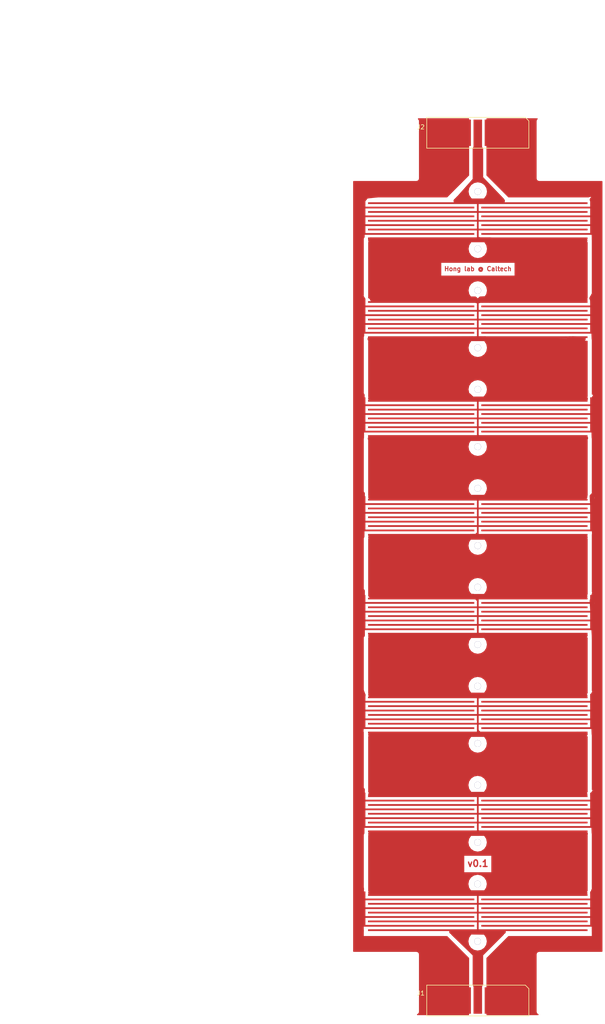
<source format=kicad_pcb>
(kicad_pcb (version 20171130) (host pcbnew "(2017-12-12 revision 8e764f8)-master")

  (general
    (thickness 1.6)
    (drawings 42)
    (tracks 274)
    (zones 0)
    (modules 26)
    (nets 4)
  )

  (page A4 portrait)
  (title_block
    (title "8 chamber shock conditioning ceiling grid")
    (date 06-12-2017)
    (rev 0.1)
    (company "Hong Lab @ Caltech")
    (comment 1 github.com/tom-f-oconnell/choice)
  )

  (layers
    (0 F.Cu signal)
    (31 B.Cu signal)
    (32 B.Adhes user)
    (33 F.Adhes user)
    (34 B.Paste user)
    (35 F.Paste user)
    (36 B.SilkS user)
    (37 F.SilkS user)
    (38 B.Mask user)
    (39 F.Mask user)
    (40 Dwgs.User user)
    (41 Cmts.User user)
    (42 Eco1.User user)
    (43 Eco2.User user)
    (44 Edge.Cuts user)
    (45 Margin user)
    (46 B.CrtYd user)
    (47 F.CrtYd user)
    (48 B.Fab user)
    (49 F.Fab user)
  )

  (setup
    (last_trace_width 0.25)
    (user_trace_width 0.25)
    (user_trace_width 0.4)
    (user_trace_width 1.1)
    (trace_clearance 0.6)
    (zone_clearance 0.6)
    (zone_45_only no)
    (trace_min 0.2)
    (segment_width 0.001)
    (edge_width 0.001)
    (via_size 0.8)
    (via_drill 0.4)
    (via_min_size 0.4)
    (via_min_drill 0.3)
    (uvia_size 0.3)
    (uvia_drill 0.1)
    (uvias_allowed no)
    (uvia_min_size 0.2)
    (uvia_min_drill 0.1)
    (pcb_text_width 0.3)
    (pcb_text_size 1.5 1.5)
    (mod_edge_width 0.15)
    (mod_text_size 1 1)
    (mod_text_width 0.15)
    (pad_size 1.524 1.524)
    (pad_drill 0.762)
    (pad_to_mask_clearance 0.2)
    (aux_axis_origin 0 0)
    (grid_origin 160.03 66.08)
    (visible_elements FFFFFF7F)
    (pcbplotparams
      (layerselection 0x00000_7fffffff)
      (usegerberextensions true)
      (usegerberattributes true)
      (usegerberadvancedattributes true)
      (creategerberjobfile true)
      (excludeedgelayer false)
      (linewidth 0.100000)
      (plotframeref false)
      (viasonmask false)
      (mode 1)
      (useauxorigin false)
      (hpglpennumber 1)
      (hpglpenspeed 20)
      (hpglpendiameter 15)
      (psnegative true)
      (psa4output false)
      (plotreference false)
      (plotvalue false)
      (plotinvisibletext false)
      (padsonsilk false)
      (subtractmaskfromsilk false)
      (outputformat 5)
      (mirror true)
      (drillshape 0)
      (scaleselection 1)
      (outputdirectory ../gerber/open_loop_ceiling/))
  )

  (net 0 "")
  (net 1 /HV)
  (net 2 /right)
  (net 3 /left)

  (net_class Default "This is the default net class."
    (clearance 0.6)
    (trace_width 0.25)
    (via_dia 0.8)
    (via_drill 0.4)
    (uvia_dia 0.3)
    (uvia_drill 0.1)
    (add_net /HV)
    (add_net /left)
    (add_net /right)
  )

  (module footprints:electrodes_clearance0.6mm_W0.4mm_lengthwise (layer F.Cu) (tedit 0) (tstamp 5A27BA9D)
    (at 125 126.3082)
    (descr "Electrodes for shocking either side of one behavior chamber, for conditioning Drosophila to avoid odors paired with the shock.")
    (path /59F77DC7)
    (fp_text reference J6 (at -15.6 -5.28) (layer Cmts.User)
      (effects (font (thickness 0.15)))
    )
    (fp_text value shock_grid (at 15.6 -5.28) (layer Cmts.User)
      (effects (font (thickness 0.15)))
    )
    (pad 2 smd custom (at -25.5 -4) (size 0.000001 0.000001) (layers F.Cu)
      (net 3 /left)
      (options (clearance outline) (anchor circle))
      (primitives
        (gr_poly (pts
           (xy -0.5 7.2) (xy 24.7 7.2) (xy 24.7 6.8) (xy -0.1 6.8) (xy -0.1 5.2)
           (xy 24.7 5.2) (xy 24.7 4.8) (xy -0.1 4.8) (xy -0.1 3.2) (xy 24.7 3.2)
           (xy 24.7 2.8) (xy -0.1 2.8) (xy -0.1 1.2) (xy 24.7 1.2) (xy 24.7 0.8)
           (xy -0.1 0.8) (xy -0.1 -0.8) (xy -0.5 -0.8)) (width 0.000001))
      ))
    (pad 1 smd custom (at 25.5 -4) (size 0.000001 0.000001) (layers F.Cu)
      (net 2 /right)
      (options (clearance outline) (anchor circle))
      (primitives
        (gr_poly (pts
           (xy 0.5 7.2) (xy -24.7 7.2) (xy -24.7 6.8) (xy 0.1 6.8) (xy 0.1 5.2)
           (xy -24.7 5.2) (xy -24.7 4.8) (xy 0.1 4.8) (xy 0.1 3.2) (xy -24.7 3.2)
           (xy -24.7 2.8) (xy 0.1 2.8) (xy 0.1 1.2) (xy -24.7 1.2) (xy -24.7 0.8)
           (xy 0.1 0.8) (xy 0.1 -0.8) (xy 0.5 -0.8)) (width 0.000001))
      ))
    (pad 0 smd custom (at 0 3.7) (size 0.000001 0.000001) (layers F.Cu)
      (net 1 /HV)
      (options (clearance outline) (anchor circle))
      (primitives
        (gr_poly (pts
           (xy 25 0.5) (xy 25 0.1) (xy 0.2 0.1) (xy 0.2 -1.5) (xy 25 -1.5)
           (xy 25 -1.9) (xy 0.2 -1.9) (xy 0.2 -3.5) (xy 25 -3.5) (xy 25 -3.9)
           (xy 0.2 -3.9) (xy 0.2 -5.5) (xy 25 -5.5) (xy 25 -5.9) (xy 0.2 -5.9)
           (xy 0.2 -7.5) (xy 25 -7.5) (xy 25 -7.9) (xy -25 -7.9) (xy -25 -7.5)
           (xy -0.2 -7.5) (xy -0.2 -5.9) (xy -25 -5.9) (xy -25 -5.5) (xy -0.2 -5.5)
           (xy -0.2 -3.9) (xy -25 -3.9) (xy -25 -3.5) (xy -0.2 -3.5) (xy -0.2 -1.9)
           (xy -25 -1.9) (xy -25 -1.5) (xy -0.2 -1.5) (xy -0.2 0.1) (xy -25 0.1)
           (xy -25 0.5)) (width 0.000001))
      ))
  )

  (module footprints:electrodes_clearance0.6mm_W0.4mm_lengthwise (layer F.Cu) (tedit 0) (tstamp 5A27BAB9)
    (at 125 36.3858)
    (descr "Electrodes for shocking either side of one behavior chamber, for conditioning Drosophila to avoid odors paired with the shock.")
    (path /59F7866D)
    (fp_text reference J10 (at -15.6 -5.28) (layer Cmts.User)
      (effects (font (thickness 0.15)))
    )
    (fp_text value shock_grid (at 15.6 -5.28) (layer Cmts.User)
      (effects (font (thickness 0.15)))
    )
    (pad 2 smd custom (at -25.5 -4) (size 0.000001 0.000001) (layers F.Cu)
      (net 3 /left)
      (options (clearance outline) (anchor circle))
      (primitives
        (gr_poly (pts
           (xy -0.5 7.2) (xy 24.7 7.2) (xy 24.7 6.8) (xy -0.1 6.8) (xy -0.1 5.2)
           (xy 24.7 5.2) (xy 24.7 4.8) (xy -0.1 4.8) (xy -0.1 3.2) (xy 24.7 3.2)
           (xy 24.7 2.8) (xy -0.1 2.8) (xy -0.1 1.2) (xy 24.7 1.2) (xy 24.7 0.8)
           (xy -0.1 0.8) (xy -0.1 -0.8) (xy -0.5 -0.8)) (width 0.000001))
      ))
    (pad 1 smd custom (at 25.5 -4) (size 0.000001 0.000001) (layers F.Cu)
      (net 2 /right)
      (options (clearance outline) (anchor circle))
      (primitives
        (gr_poly (pts
           (xy 0.5 7.2) (xy -24.7 7.2) (xy -24.7 6.8) (xy 0.1 6.8) (xy 0.1 5.2)
           (xy -24.7 5.2) (xy -24.7 4.8) (xy 0.1 4.8) (xy 0.1 3.2) (xy -24.7 3.2)
           (xy -24.7 2.8) (xy 0.1 2.8) (xy 0.1 1.2) (xy -24.7 1.2) (xy -24.7 0.8)
           (xy 0.1 0.8) (xy 0.1 -0.8) (xy 0.5 -0.8)) (width 0.000001))
      ))
    (pad 0 smd custom (at 0 3.7) (size 0.000001 0.000001) (layers F.Cu)
      (net 1 /HV)
      (options (clearance outline) (anchor circle))
      (primitives
        (gr_poly (pts
           (xy 25 0.5) (xy 25 0.1) (xy 0.2 0.1) (xy 0.2 -1.5) (xy 25 -1.5)
           (xy 25 -1.9) (xy 0.2 -1.9) (xy 0.2 -3.5) (xy 25 -3.5) (xy 25 -3.9)
           (xy 0.2 -3.9) (xy 0.2 -5.5) (xy 25 -5.5) (xy 25 -5.9) (xy 0.2 -5.9)
           (xy 0.2 -7.5) (xy 25 -7.5) (xy 25 -7.9) (xy -25 -7.9) (xy -25 -7.5)
           (xy -0.2 -7.5) (xy -0.2 -5.9) (xy -25 -5.9) (xy -25 -5.5) (xy -0.2 -5.5)
           (xy -0.2 -3.9) (xy -25 -3.9) (xy -25 -3.5) (xy -0.2 -3.5) (xy -0.2 -1.9)
           (xy -25 -1.9) (xy -25 -1.5) (xy -0.2 -1.5) (xy -0.2 0.1) (xy -25 0.1)
           (xy -25 0.5)) (width 0.000001))
      ))
  )

  (module footprints:contacts_9_P2.54mm_L6mm_W1.94mm (layer F.Cu) (tedit 5A267F5A) (tstamp 5A27711B)
    (at 125 213.75 180)
    (path /59F76D5B)
    (attr smd)
    (fp_text reference J1 (at 12.97 1.67 180) (layer F.SilkS)
      (effects (font (size 1 1) (thickness 0.15)))
    )
    (fp_text value Conn_01x09 (at 0 -4.5 180) (layer F.Fab)
      (effects (font (size 1 1) (thickness 0.15)))
    )
    (fp_line (start -10.83 3.5) (end -11.63 2.7) (layer F.SilkS) (width 0.15))
    (fp_line (start -11.63 2.7) (end -11.63 -3.5) (layer F.SilkS) (width 0.15))
    (fp_line (start -11.63 -3.5) (end 11.63 -3.5) (layer F.SilkS) (width 0.15))
    (fp_line (start 11.63 -3.5) (end 11.63 3.5) (layer F.SilkS) (width 0.15))
    (fp_line (start 11.63 3.5) (end -10.83 3.5) (layer F.SilkS) (width 0.15))
    (fp_line (start -11.8 -3.65) (end 11.8 -3.65) (layer F.CrtYd) (width 0.05))
    (fp_line (start 11.8 -3.65) (end 11.8 3.65) (layer F.CrtYd) (width 0.05))
    (fp_line (start 11.8 3.65) (end -11.8 3.65) (layer F.CrtYd) (width 0.05))
    (fp_line (start -11.8 3.65) (end -11.8 -3.65) (layer F.CrtYd) (width 0.05))
    (pad 1 smd rect (at -10.16 0 180) (size 1.94 6) (layers F.Cu F.Paste F.Mask)
      (net 2 /right))
    (pad 2 smd rect (at -7.62 0 180) (size 1.94 6) (layers F.Cu F.Paste F.Mask)
      (net 2 /right))
    (pad 3 smd rect (at -5.08 0 180) (size 1.94 6) (layers F.Cu F.Paste F.Mask)
      (net 2 /right))
    (pad 4 smd rect (at -2.54 0 180) (size 1.94 6) (layers F.Cu F.Paste F.Mask)
      (net 2 /right))
    (pad 5 smd rect (at 0 0 180) (size 1.94 6) (layers F.Cu F.Paste F.Mask)
      (net 1 /HV))
    (pad 6 smd rect (at 2.54 0 180) (size 1.94 6) (layers F.Cu F.Paste F.Mask)
      (net 3 /left))
    (pad 7 smd rect (at 5.08 0 180) (size 1.94 6) (layers F.Cu F.Paste F.Mask)
      (net 3 /left))
    (pad 8 smd rect (at 7.62 0 180) (size 1.94 6) (layers F.Cu F.Paste F.Mask)
      (net 3 /left))
    (pad 9 smd rect (at 10.16 0 180) (size 1.94 6) (layers F.Cu F.Paste F.Mask)
      (net 3 /left))
  )

  (module R1.5mm_NPTH locked (layer F.Cu) (tedit 5A33004B) (tstamp 5A3300B8)
    (at 125.001 29.7452)
    (tags "non-plated through hole NPTH")
    (attr virtual)
    (fp_text reference R1.5mm_NPTH (at 0 0) (layer Cmts.User)
      (effects (font (thickness 0.15)))
    )
    (fp_text value "" (at 0 0) (layer Cmts.User)
      (effects (font (thickness 0.15)))
    )
    (pad 1 np_thru_hole circle (at 0 0) (size 1.524 1.524) (drill 1.5) (layers *.Cu *.Mask))
  )

  (module R1.5mm_NPTH locked (layer F.Cu) (tedit 5A33004B) (tstamp 5A3300B2)
    (at 125.001 42.7792)
    (tags "non-plated through hole NPTH")
    (attr virtual)
    (fp_text reference R1.5mm_NPTH (at 0 0) (layer Cmts.User)
      (effects (font (thickness 0.15)))
    )
    (fp_text value "" (at 0 0) (layer Cmts.User)
      (effects (font (thickness 0.15)))
    )
    (pad 1 np_thru_hole circle (at 0 0) (size 1.524 1.524) (drill 1.5) (layers *.Cu *.Mask))
  )

  (module R1.5mm_NPTH locked (layer F.Cu) (tedit 5A33004B) (tstamp 5A3300AC)
    (at 124.995 52.2452)
    (tags "non-plated through hole NPTH")
    (attr virtual)
    (fp_text reference R1.5mm_NPTH (at 0 0) (layer Cmts.User)
      (effects (font (thickness 0.15)))
    )
    (fp_text value "" (at 0 0) (layer Cmts.User)
      (effects (font (thickness 0.15)))
    )
    (pad 1 np_thru_hole circle (at 0 0) (size 1.524 1.524) (drill 1.5) (layers *.Cu *.Mask))
  )

  (module R1.5mm_NPTH locked (layer F.Cu) (tedit 5A33004B) (tstamp 5A3300A6)
    (at 124.995 65.2792)
    (tags "non-plated through hole NPTH")
    (attr virtual)
    (fp_text reference R1.5mm_NPTH (at 0 0) (layer Cmts.User)
      (effects (font (thickness 0.15)))
    )
    (fp_text value "" (at 0 0) (layer Cmts.User)
      (effects (font (thickness 0.15)))
    )
    (pad 1 np_thru_hole circle (at 0 0) (size 1.524 1.524) (drill 1.5) (layers *.Cu *.Mask))
  )

  (module R1.5mm_NPTH locked (layer F.Cu) (tedit 5A33004B) (tstamp 5A3300A0)
    (at 124.989 87.7792)
    (tags "non-plated through hole NPTH")
    (attr virtual)
    (fp_text reference R1.5mm_NPTH (at 0 0) (layer Cmts.User)
      (effects (font (thickness 0.15)))
    )
    (fp_text value "" (at 0 0) (layer Cmts.User)
      (effects (font (thickness 0.15)))
    )
    (pad 1 np_thru_hole circle (at 0 0) (size 1.524 1.524) (drill 1.5) (layers *.Cu *.Mask))
  )

  (module R1.5mm_NPTH locked (layer F.Cu) (tedit 5A33004B) (tstamp 5A33009A)
    (at 124.989 74.7452)
    (tags "non-plated through hole NPTH")
    (attr virtual)
    (fp_text reference R1.5mm_NPTH (at 0 0) (layer Cmts.User)
      (effects (font (thickness 0.15)))
    )
    (fp_text value "" (at 0 0) (layer Cmts.User)
      (effects (font (thickness 0.15)))
    )
    (pad 1 np_thru_hole circle (at 0 0) (size 1.524 1.524) (drill 1.5) (layers *.Cu *.Mask))
  )

  (module R1.5mm_NPTH locked (layer F.Cu) (tedit 5A33004B) (tstamp 5A330094)
    (at 124.983 97.2452)
    (tags "non-plated through hole NPTH")
    (attr virtual)
    (fp_text reference R1.5mm_NPTH (at 0 0) (layer Cmts.User)
      (effects (font (thickness 0.15)))
    )
    (fp_text value "" (at 0 0) (layer Cmts.User)
      (effects (font (thickness 0.15)))
    )
    (pad 1 np_thru_hole circle (at 0 0) (size 1.524 1.524) (drill 1.5) (layers *.Cu *.Mask))
  )

  (module R1.5mm_NPTH locked (layer F.Cu) (tedit 5A33004B) (tstamp 5A33008E)
    (at 124.983 110.2795)
    (tags "non-plated through hole NPTH")
    (attr virtual)
    (fp_text reference R1.5mm_NPTH (at 0 0) (layer Cmts.User)
      (effects (font (thickness 0.15)))
    )
    (fp_text value "" (at 0 0) (layer Cmts.User)
      (effects (font (thickness 0.15)))
    )
    (pad 1 np_thru_hole circle (at 0 0) (size 1.524 1.524) (drill 1.5) (layers *.Cu *.Mask))
  )

  (module R1.5mm_NPTH locked (layer F.Cu) (tedit 5A33004B) (tstamp 5A330088)
    (at 124.977 119.7455)
    (tags "non-plated through hole NPTH")
    (attr virtual)
    (fp_text reference R1.5mm_NPTH (at 0 0) (layer Cmts.User)
      (effects (font (thickness 0.15)))
    )
    (fp_text value "" (at 0 0) (layer Cmts.User)
      (effects (font (thickness 0.15)))
    )
    (pad 1 np_thru_hole circle (at 0 0) (size 1.524 1.524) (drill 1.5) (layers *.Cu *.Mask))
  )

  (module R1.5mm_NPTH locked (layer F.Cu) (tedit 5A33004B) (tstamp 5A330082)
    (at 124.977 132.7796)
    (tags "non-plated through hole NPTH")
    (attr virtual)
    (fp_text reference R1.5mm_NPTH (at 0 0) (layer Cmts.User)
      (effects (font (thickness 0.15)))
    )
    (fp_text value "" (at 0 0) (layer Cmts.User)
      (effects (font (thickness 0.15)))
    )
    (pad 1 np_thru_hole circle (at 0 0) (size 1.524 1.524) (drill 1.5) (layers *.Cu *.Mask))
  )

  (module R1.5mm_NPTH locked (layer F.Cu) (tedit 5A33004B) (tstamp 5A33007C)
    (at 124.971 142.2456)
    (tags "non-plated through hole NPTH")
    (attr virtual)
    (fp_text reference R1.5mm_NPTH (at 0 0) (layer Cmts.User)
      (effects (font (thickness 0.15)))
    )
    (fp_text value "" (at 0 0) (layer Cmts.User)
      (effects (font (thickness 0.15)))
    )
    (pad 1 np_thru_hole circle (at 0 0) (size 1.524 1.524) (drill 1.5) (layers *.Cu *.Mask))
  )

  (module R1.5mm_NPTH locked (layer F.Cu) (tedit 5A33004B) (tstamp 5A330076)
    (at 124.971 155.2796)
    (tags "non-plated through hole NPTH")
    (attr virtual)
    (fp_text reference R1.5mm_NPTH (at 0 0) (layer Cmts.User)
      (effects (font (thickness 0.15)))
    )
    (fp_text value "" (at 0 0) (layer Cmts.User)
      (effects (font (thickness 0.15)))
    )
    (pad 1 np_thru_hole circle (at 0 0) (size 1.524 1.524) (drill 1.5) (layers *.Cu *.Mask))
  )

  (module R1.5mm_NPTH locked (layer F.Cu) (tedit 5A33004B) (tstamp 5A330070)
    (at 124.965 164.7457)
    (tags "non-plated through hole NPTH")
    (attr virtual)
    (fp_text reference R1.5mm_NPTH (at 0 0) (layer Cmts.User)
      (effects (font (thickness 0.15)))
    )
    (fp_text value "" (at 0 0) (layer Cmts.User)
      (effects (font (thickness 0.15)))
    )
    (pad 1 np_thru_hole circle (at 0 0) (size 1.524 1.524) (drill 1.5) (layers *.Cu *.Mask))
  )

  (module R1.5mm_NPTH locked (layer F.Cu) (tedit 5A33004B) (tstamp 5A33006A)
    (at 124.965 177.7797)
    (tags "non-plated through hole NPTH")
    (attr virtual)
    (fp_text reference R1.5mm_NPTH (at 0 0) (layer Cmts.User)
      (effects (font (thickness 0.15)))
    )
    (fp_text value "" (at 0 0) (layer Cmts.User)
      (effects (font (thickness 0.15)))
    )
    (pad 1 np_thru_hole circle (at 0 0) (size 1.524 1.524) (drill 1.5) (layers *.Cu *.Mask))
  )

  (module R1.5mm_NPTH locked (layer F.Cu) (tedit 5A33004B) (tstamp 5A330064)
    (at 124.959 187.2458)
    (tags "non-plated through hole NPTH")
    (attr virtual)
    (fp_text reference R1.5mm_NPTH (at 0 0) (layer Cmts.User)
      (effects (font (thickness 0.15)))
    )
    (fp_text value "" (at 0 0) (layer Cmts.User)
      (effects (font (thickness 0.15)))
    )
    (pad 1 np_thru_hole circle (at 0 0) (size 1.524 1.524) (drill 1.5) (layers *.Cu *.Mask))
  )

  (module R1.5mm_NPTH locked (layer F.Cu) (tedit 5A33004B) (tstamp 5A33005E)
    (at 124.959 200.27981)
    (tags "non-plated through hole NPTH")
    (attr virtual)
    (fp_text reference R1.5mm_NPTH (at 0 0) (layer Cmts.User)
      (effects (font (thickness 0.15)))
    )
    (fp_text value "" (at 0 0) (layer Cmts.User)
      (effects (font (thickness 0.15)))
    )
    (pad 1 np_thru_hole circle (at 0 0) (size 1.524 1.524) (drill 1.5) (layers *.Cu *.Mask))
  )

  (module footprints:contacts_9_P2.54mm_L6mm_W1.94mm (layer F.Cu) (tedit 5A267F5A) (tstamp 5A277131)
    (at 125 16.3858 180)
    (path /5A268DBE)
    (attr smd)
    (fp_text reference J2 (at 12.97 1.3058 180) (layer F.SilkS)
      (effects (font (size 1 1) (thickness 0.15)))
    )
    (fp_text value Conn_01x09 (at 0 -4.5 180) (layer F.Fab)
      (effects (font (size 1 1) (thickness 0.15)))
    )
    (fp_line (start -11.8 3.65) (end -11.8 -3.65) (layer F.CrtYd) (width 0.05))
    (fp_line (start 11.8 3.65) (end -11.8 3.65) (layer F.CrtYd) (width 0.05))
    (fp_line (start 11.8 -3.65) (end 11.8 3.65) (layer F.CrtYd) (width 0.05))
    (fp_line (start -11.8 -3.65) (end 11.8 -3.65) (layer F.CrtYd) (width 0.05))
    (fp_line (start 11.63 3.5) (end -10.83 3.5) (layer F.SilkS) (width 0.15))
    (fp_line (start 11.63 -3.5) (end 11.63 3.5) (layer F.SilkS) (width 0.15))
    (fp_line (start -11.63 -3.5) (end 11.63 -3.5) (layer F.SilkS) (width 0.15))
    (fp_line (start -11.63 2.7) (end -11.63 -3.5) (layer F.SilkS) (width 0.15))
    (fp_line (start -10.83 3.5) (end -11.63 2.7) (layer F.SilkS) (width 0.15))
    (pad 9 smd rect (at 10.16 0 180) (size 1.94 6) (layers F.Cu F.Paste F.Mask)
      (net 3 /left))
    (pad 8 smd rect (at 7.62 0 180) (size 1.94 6) (layers F.Cu F.Paste F.Mask)
      (net 3 /left))
    (pad 7 smd rect (at 5.08 0 180) (size 1.94 6) (layers F.Cu F.Paste F.Mask)
      (net 3 /left))
    (pad 6 smd rect (at 2.54 0 180) (size 1.94 6) (layers F.Cu F.Paste F.Mask)
      (net 3 /left))
    (pad 5 smd rect (at 0 0 180) (size 1.94 6) (layers F.Cu F.Paste F.Mask)
      (net 1 /HV))
    (pad 4 smd rect (at -2.54 0 180) (size 1.94 6) (layers F.Cu F.Paste F.Mask)
      (net 2 /right))
    (pad 3 smd rect (at -5.08 0 180) (size 1.94 6) (layers F.Cu F.Paste F.Mask)
      (net 2 /right))
    (pad 2 smd rect (at -7.62 0 180) (size 1.94 6) (layers F.Cu F.Paste F.Mask)
      (net 2 /right))
    (pad 1 smd rect (at -10.16 0 180) (size 1.94 6) (layers F.Cu F.Paste F.Mask)
      (net 2 /right))
  )

  (module footprints:electrodes_clearance0.6mm_W0.4mm_lengthwise (layer F.Cu) (tedit 0) (tstamp 5A27BA88)
    (at 125 193.75)
    (descr "Electrodes for shocking either side of one behavior chamber, for conditioning Drosophila to avoid odors paired with the shock.")
    (path /59F778B5)
    (fp_text reference J3 (at -15.6 -5.28) (layer Cmts.User)
      (effects (font (thickness 0.15)))
    )
    (fp_text value shock_grid (at 15.6 -5.28) (layer Cmts.User)
      (effects (font (thickness 0.15)))
    )
    (pad 0 smd custom (at 0 3.7) (size 0.000001 0.000001) (layers F.Cu)
      (net 1 /HV)
      (options (clearance outline) (anchor circle))
      (primitives
        (gr_poly (pts
           (xy 25 0.5) (xy 25 0.1) (xy 0.2 0.1) (xy 0.2 -1.5) (xy 25 -1.5)
           (xy 25 -1.9) (xy 0.2 -1.9) (xy 0.2 -3.5) (xy 25 -3.5) (xy 25 -3.9)
           (xy 0.2 -3.9) (xy 0.2 -5.5) (xy 25 -5.5) (xy 25 -5.9) (xy 0.2 -5.9)
           (xy 0.2 -7.5) (xy 25 -7.5) (xy 25 -7.9) (xy -25 -7.9) (xy -25 -7.5)
           (xy -0.2 -7.5) (xy -0.2 -5.9) (xy -25 -5.9) (xy -25 -5.5) (xy -0.2 -5.5)
           (xy -0.2 -3.9) (xy -25 -3.9) (xy -25 -3.5) (xy -0.2 -3.5) (xy -0.2 -1.9)
           (xy -25 -1.9) (xy -25 -1.5) (xy -0.2 -1.5) (xy -0.2 0.1) (xy -25 0.1)
           (xy -25 0.5)) (width 0.000001))
      ))
    (pad 1 smd custom (at 25.5 -4) (size 0.000001 0.000001) (layers F.Cu)
      (net 2 /right)
      (options (clearance outline) (anchor circle))
      (primitives
        (gr_poly (pts
           (xy 0.5 7.2) (xy -24.7 7.2) (xy -24.7 6.8) (xy 0.1 6.8) (xy 0.1 5.2)
           (xy -24.7 5.2) (xy -24.7 4.8) (xy 0.1 4.8) (xy 0.1 3.2) (xy -24.7 3.2)
           (xy -24.7 2.8) (xy 0.1 2.8) (xy 0.1 1.2) (xy -24.7 1.2) (xy -24.7 0.8)
           (xy 0.1 0.8) (xy 0.1 -0.8) (xy 0.5 -0.8)) (width 0.000001))
      ))
    (pad 2 smd custom (at -25.5 -4) (size 0.000001 0.000001) (layers F.Cu)
      (net 3 /left)
      (options (clearance outline) (anchor circle))
      (primitives
        (gr_poly (pts
           (xy -0.5 7.2) (xy 24.7 7.2) (xy 24.7 6.8) (xy -0.1 6.8) (xy -0.1 5.2)
           (xy 24.7 5.2) (xy 24.7 4.8) (xy -0.1 4.8) (xy -0.1 3.2) (xy 24.7 3.2)
           (xy 24.7 2.8) (xy -0.1 2.8) (xy -0.1 1.2) (xy 24.7 1.2) (xy 24.7 0.8)
           (xy -0.1 0.8) (xy -0.1 -0.8) (xy -0.5 -0.8)) (width 0.000001))
      ))
  )

  (module footprints:electrodes_clearance0.6mm_W0.4mm_lengthwise (layer F.Cu) (tedit 0) (tstamp 5A27BA8F)
    (at 125 171.2694)
    (descr "Electrodes for shocking either side of one behavior chamber, for conditioning Drosophila to avoid odors paired with the shock.")
    (path /59F77CE3)
    (fp_text reference J4 (at -15.6 -5.28) (layer Cmts.User)
      (effects (font (thickness 0.15)))
    )
    (fp_text value shock_grid (at 15.6 -5.28) (layer Cmts.User)
      (effects (font (thickness 0.15)))
    )
    (pad 0 smd custom (at 0 3.7) (size 0.000001 0.000001) (layers F.Cu)
      (net 1 /HV)
      (options (clearance outline) (anchor circle))
      (primitives
        (gr_poly (pts
           (xy 25 0.5) (xy 25 0.1) (xy 0.2 0.1) (xy 0.2 -1.5) (xy 25 -1.5)
           (xy 25 -1.9) (xy 0.2 -1.9) (xy 0.2 -3.5) (xy 25 -3.5) (xy 25 -3.9)
           (xy 0.2 -3.9) (xy 0.2 -5.5) (xy 25 -5.5) (xy 25 -5.9) (xy 0.2 -5.9)
           (xy 0.2 -7.5) (xy 25 -7.5) (xy 25 -7.9) (xy -25 -7.9) (xy -25 -7.5)
           (xy -0.2 -7.5) (xy -0.2 -5.9) (xy -25 -5.9) (xy -25 -5.5) (xy -0.2 -5.5)
           (xy -0.2 -3.9) (xy -25 -3.9) (xy -25 -3.5) (xy -0.2 -3.5) (xy -0.2 -1.9)
           (xy -25 -1.9) (xy -25 -1.5) (xy -0.2 -1.5) (xy -0.2 0.1) (xy -25 0.1)
           (xy -25 0.5)) (width 0.000001))
      ))
    (pad 1 smd custom (at 25.5 -4) (size 0.000001 0.000001) (layers F.Cu)
      (net 2 /right)
      (options (clearance outline) (anchor circle))
      (primitives
        (gr_poly (pts
           (xy 0.5 7.2) (xy -24.7 7.2) (xy -24.7 6.8) (xy 0.1 6.8) (xy 0.1 5.2)
           (xy -24.7 5.2) (xy -24.7 4.8) (xy 0.1 4.8) (xy 0.1 3.2) (xy -24.7 3.2)
           (xy -24.7 2.8) (xy 0.1 2.8) (xy 0.1 1.2) (xy -24.7 1.2) (xy -24.7 0.8)
           (xy 0.1 0.8) (xy 0.1 -0.8) (xy 0.5 -0.8)) (width 0.000001))
      ))
    (pad 2 smd custom (at -25.5 -4) (size 0.000001 0.000001) (layers F.Cu)
      (net 3 /left)
      (options (clearance outline) (anchor circle))
      (primitives
        (gr_poly (pts
           (xy -0.5 7.2) (xy 24.7 7.2) (xy 24.7 6.8) (xy -0.1 6.8) (xy -0.1 5.2)
           (xy 24.7 5.2) (xy 24.7 4.8) (xy -0.1 4.8) (xy -0.1 3.2) (xy 24.7 3.2)
           (xy 24.7 2.8) (xy -0.1 2.8) (xy -0.1 1.2) (xy 24.7 1.2) (xy 24.7 0.8)
           (xy -0.1 0.8) (xy -0.1 -0.8) (xy -0.5 -0.8)) (width 0.000001))
      ))
  )

  (module footprints:electrodes_clearance0.6mm_W0.4mm_lengthwise (layer F.Cu) (tedit 0) (tstamp 5A27BA96)
    (at 125 148.7888)
    (descr "Electrodes for shocking either side of one behavior chamber, for conditioning Drosophila to avoid odors paired with the shock.")
    (path /59F779C5)
    (fp_text reference J5 (at -15.6 -5.28) (layer Cmts.User)
      (effects (font (thickness 0.15)))
    )
    (fp_text value shock_grid (at 15.6 -5.28) (layer Cmts.User)
      (effects (font (thickness 0.15)))
    )
    (pad 2 smd custom (at -25.5 -4) (size 0.000001 0.000001) (layers F.Cu)
      (net 3 /left)
      (options (clearance outline) (anchor circle))
      (primitives
        (gr_poly (pts
           (xy -0.5 7.2) (xy 24.7 7.2) (xy 24.7 6.8) (xy -0.1 6.8) (xy -0.1 5.2)
           (xy 24.7 5.2) (xy 24.7 4.8) (xy -0.1 4.8) (xy -0.1 3.2) (xy 24.7 3.2)
           (xy 24.7 2.8) (xy -0.1 2.8) (xy -0.1 1.2) (xy 24.7 1.2) (xy 24.7 0.8)
           (xy -0.1 0.8) (xy -0.1 -0.8) (xy -0.5 -0.8)) (width 0.000001))
      ))
    (pad 1 smd custom (at 25.5 -4) (size 0.000001 0.000001) (layers F.Cu)
      (net 2 /right)
      (options (clearance outline) (anchor circle))
      (primitives
        (gr_poly (pts
           (xy 0.5 7.2) (xy -24.7 7.2) (xy -24.7 6.8) (xy 0.1 6.8) (xy 0.1 5.2)
           (xy -24.7 5.2) (xy -24.7 4.8) (xy 0.1 4.8) (xy 0.1 3.2) (xy -24.7 3.2)
           (xy -24.7 2.8) (xy 0.1 2.8) (xy 0.1 1.2) (xy -24.7 1.2) (xy -24.7 0.8)
           (xy 0.1 0.8) (xy 0.1 -0.8) (xy 0.5 -0.8)) (width 0.000001))
      ))
    (pad 0 smd custom (at 0 3.7) (size 0.000001 0.000001) (layers F.Cu)
      (net 1 /HV)
      (options (clearance outline) (anchor circle))
      (primitives
        (gr_poly (pts
           (xy 25 0.5) (xy 25 0.1) (xy 0.2 0.1) (xy 0.2 -1.5) (xy 25 -1.5)
           (xy 25 -1.9) (xy 0.2 -1.9) (xy 0.2 -3.5) (xy 25 -3.5) (xy 25 -3.9)
           (xy 0.2 -3.9) (xy 0.2 -5.5) (xy 25 -5.5) (xy 25 -5.9) (xy 0.2 -5.9)
           (xy 0.2 -7.5) (xy 25 -7.5) (xy 25 -7.9) (xy -25 -7.9) (xy -25 -7.5)
           (xy -0.2 -7.5) (xy -0.2 -5.9) (xy -25 -5.9) (xy -25 -5.5) (xy -0.2 -5.5)
           (xy -0.2 -3.9) (xy -25 -3.9) (xy -25 -3.5) (xy -0.2 -3.5) (xy -0.2 -1.9)
           (xy -25 -1.9) (xy -25 -1.5) (xy -0.2 -1.5) (xy -0.2 0.1) (xy -25 0.1)
           (xy -25 0.5)) (width 0.000001))
      ))
  )

  (module footprints:electrodes_clearance0.6mm_W0.4mm_lengthwise (layer F.Cu) (tedit 0) (tstamp 5A27BAA4)
    (at 125 103.8276)
    (descr "Electrodes for shocking either side of one behavior chamber, for conditioning Drosophila to avoid odors paired with the shock.")
    (path /59F77FF1)
    (fp_text reference J7 (at -15.6 -5.28) (layer Cmts.User)
      (effects (font (thickness 0.15)))
    )
    (fp_text value shock_grid (at 15.6 -5.28) (layer Cmts.User)
      (effects (font (thickness 0.15)))
    )
    (pad 0 smd custom (at 0 3.7) (size 0.000001 0.000001) (layers F.Cu)
      (net 1 /HV)
      (options (clearance outline) (anchor circle))
      (primitives
        (gr_poly (pts
           (xy 25 0.5) (xy 25 0.1) (xy 0.2 0.1) (xy 0.2 -1.5) (xy 25 -1.5)
           (xy 25 -1.9) (xy 0.2 -1.9) (xy 0.2 -3.5) (xy 25 -3.5) (xy 25 -3.9)
           (xy 0.2 -3.9) (xy 0.2 -5.5) (xy 25 -5.5) (xy 25 -5.9) (xy 0.2 -5.9)
           (xy 0.2 -7.5) (xy 25 -7.5) (xy 25 -7.9) (xy -25 -7.9) (xy -25 -7.5)
           (xy -0.2 -7.5) (xy -0.2 -5.9) (xy -25 -5.9) (xy -25 -5.5) (xy -0.2 -5.5)
           (xy -0.2 -3.9) (xy -25 -3.9) (xy -25 -3.5) (xy -0.2 -3.5) (xy -0.2 -1.9)
           (xy -25 -1.9) (xy -25 -1.5) (xy -0.2 -1.5) (xy -0.2 0.1) (xy -25 0.1)
           (xy -25 0.5)) (width 0.000001))
      ))
    (pad 1 smd custom (at 25.5 -4) (size 0.000001 0.000001) (layers F.Cu)
      (net 2 /right)
      (options (clearance outline) (anchor circle))
      (primitives
        (gr_poly (pts
           (xy 0.5 7.2) (xy -24.7 7.2) (xy -24.7 6.8) (xy 0.1 6.8) (xy 0.1 5.2)
           (xy -24.7 5.2) (xy -24.7 4.8) (xy 0.1 4.8) (xy 0.1 3.2) (xy -24.7 3.2)
           (xy -24.7 2.8) (xy 0.1 2.8) (xy 0.1 1.2) (xy -24.7 1.2) (xy -24.7 0.8)
           (xy 0.1 0.8) (xy 0.1 -0.8) (xy 0.5 -0.8)) (width 0.000001))
      ))
    (pad 2 smd custom (at -25.5 -4) (size 0.000001 0.000001) (layers F.Cu)
      (net 3 /left)
      (options (clearance outline) (anchor circle))
      (primitives
        (gr_poly (pts
           (xy -0.5 7.2) (xy 24.7 7.2) (xy 24.7 6.8) (xy -0.1 6.8) (xy -0.1 5.2)
           (xy 24.7 5.2) (xy 24.7 4.8) (xy -0.1 4.8) (xy -0.1 3.2) (xy 24.7 3.2)
           (xy 24.7 2.8) (xy -0.1 2.8) (xy -0.1 1.2) (xy 24.7 1.2) (xy 24.7 0.8)
           (xy -0.1 0.8) (xy -0.1 -0.8) (xy -0.5 -0.8)) (width 0.000001))
      ))
  )

  (module footprints:electrodes_clearance0.6mm_W0.4mm_lengthwise (layer F.Cu) (tedit 0) (tstamp 5A27BAAB)
    (at 125 81.347)
    (descr "Electrodes for shocking either side of one behavior chamber, for conditioning Drosophila to avoid odors paired with the shock.")
    (path /59F780F5)
    (fp_text reference J8 (at -15.6 -5.28) (layer Cmts.User)
      (effects (font (thickness 0.15)))
    )
    (fp_text value shock_grid (at 15.6 -5.28) (layer Cmts.User)
      (effects (font (thickness 0.15)))
    )
    (pad 2 smd custom (at -25.5 -4) (size 0.000001 0.000001) (layers F.Cu)
      (net 3 /left)
      (options (clearance outline) (anchor circle))
      (primitives
        (gr_poly (pts
           (xy -0.5 7.2) (xy 24.7 7.2) (xy 24.7 6.8) (xy -0.1 6.8) (xy -0.1 5.2)
           (xy 24.7 5.2) (xy 24.7 4.8) (xy -0.1 4.8) (xy -0.1 3.2) (xy 24.7 3.2)
           (xy 24.7 2.8) (xy -0.1 2.8) (xy -0.1 1.2) (xy 24.7 1.2) (xy 24.7 0.8)
           (xy -0.1 0.8) (xy -0.1 -0.8) (xy -0.5 -0.8)) (width 0.000001))
      ))
    (pad 1 smd custom (at 25.5 -4) (size 0.000001 0.000001) (layers F.Cu)
      (net 2 /right)
      (options (clearance outline) (anchor circle))
      (primitives
        (gr_poly (pts
           (xy 0.5 7.2) (xy -24.7 7.2) (xy -24.7 6.8) (xy 0.1 6.8) (xy 0.1 5.2)
           (xy -24.7 5.2) (xy -24.7 4.8) (xy 0.1 4.8) (xy 0.1 3.2) (xy -24.7 3.2)
           (xy -24.7 2.8) (xy 0.1 2.8) (xy 0.1 1.2) (xy -24.7 1.2) (xy -24.7 0.8)
           (xy 0.1 0.8) (xy 0.1 -0.8) (xy 0.5 -0.8)) (width 0.000001))
      ))
    (pad 0 smd custom (at 0 3.7) (size 0.000001 0.000001) (layers F.Cu)
      (net 1 /HV)
      (options (clearance outline) (anchor circle))
      (primitives
        (gr_poly (pts
           (xy 25 0.5) (xy 25 0.1) (xy 0.2 0.1) (xy 0.2 -1.5) (xy 25 -1.5)
           (xy 25 -1.9) (xy 0.2 -1.9) (xy 0.2 -3.5) (xy 25 -3.5) (xy 25 -3.9)
           (xy 0.2 -3.9) (xy 0.2 -5.5) (xy 25 -5.5) (xy 25 -5.9) (xy 0.2 -5.9)
           (xy 0.2 -7.5) (xy 25 -7.5) (xy 25 -7.9) (xy -25 -7.9) (xy -25 -7.5)
           (xy -0.2 -7.5) (xy -0.2 -5.9) (xy -25 -5.9) (xy -25 -5.5) (xy -0.2 -5.5)
           (xy -0.2 -3.9) (xy -25 -3.9) (xy -25 -3.5) (xy -0.2 -3.5) (xy -0.2 -1.9)
           (xy -25 -1.9) (xy -25 -1.5) (xy -0.2 -1.5) (xy -0.2 0.1) (xy -25 0.1)
           (xy -25 0.5)) (width 0.000001))
      ))
  )

  (module footprints:electrodes_clearance0.6mm_W0.4mm_lengthwise (layer F.Cu) (tedit 0) (tstamp 5A27BAB2)
    (at 125 58.8664)
    (descr "Electrodes for shocking either side of one behavior chamber, for conditioning Drosophila to avoid odors paired with the shock.")
    (path /59F78242)
    (fp_text reference J9 (at -15.6 -5.28) (layer Cmts.User)
      (effects (font (thickness 0.15)))
    )
    (fp_text value shock_grid (at 15.6 -5.28) (layer Cmts.User)
      (effects (font (thickness 0.15)))
    )
    (pad 0 smd custom (at 0 3.7) (size 0.000001 0.000001) (layers F.Cu)
      (net 1 /HV)
      (options (clearance outline) (anchor circle))
      (primitives
        (gr_poly (pts
           (xy 25 0.5) (xy 25 0.1) (xy 0.2 0.1) (xy 0.2 -1.5) (xy 25 -1.5)
           (xy 25 -1.9) (xy 0.2 -1.9) (xy 0.2 -3.5) (xy 25 -3.5) (xy 25 -3.9)
           (xy 0.2 -3.9) (xy 0.2 -5.5) (xy 25 -5.5) (xy 25 -5.9) (xy 0.2 -5.9)
           (xy 0.2 -7.5) (xy 25 -7.5) (xy 25 -7.9) (xy -25 -7.9) (xy -25 -7.5)
           (xy -0.2 -7.5) (xy -0.2 -5.9) (xy -25 -5.9) (xy -25 -5.5) (xy -0.2 -5.5)
           (xy -0.2 -3.9) (xy -25 -3.9) (xy -25 -3.5) (xy -0.2 -3.5) (xy -0.2 -1.9)
           (xy -25 -1.9) (xy -25 -1.5) (xy -0.2 -1.5) (xy -0.2 0.1) (xy -25 0.1)
           (xy -25 0.5)) (width 0.000001))
      ))
    (pad 1 smd custom (at 25.5 -4) (size 0.000001 0.000001) (layers F.Cu)
      (net 2 /right)
      (options (clearance outline) (anchor circle))
      (primitives
        (gr_poly (pts
           (xy 0.5 7.2) (xy -24.7 7.2) (xy -24.7 6.8) (xy 0.1 6.8) (xy 0.1 5.2)
           (xy -24.7 5.2) (xy -24.7 4.8) (xy 0.1 4.8) (xy 0.1 3.2) (xy -24.7 3.2)
           (xy -24.7 2.8) (xy 0.1 2.8) (xy 0.1 1.2) (xy -24.7 1.2) (xy -24.7 0.8)
           (xy 0.1 0.8) (xy 0.1 -0.8) (xy 0.5 -0.8)) (width 0.000001))
      ))
    (pad 2 smd custom (at -25.5 -4) (size 0.000001 0.000001) (layers F.Cu)
      (net 3 /left)
      (options (clearance outline) (anchor circle))
      (primitives
        (gr_poly (pts
           (xy -0.5 7.2) (xy 24.7 7.2) (xy 24.7 6.8) (xy -0.1 6.8) (xy -0.1 5.2)
           (xy 24.7 5.2) (xy 24.7 4.8) (xy -0.1 4.8) (xy -0.1 3.2) (xy 24.7 3.2)
           (xy 24.7 2.8) (xy -0.1 2.8) (xy -0.1 1.2) (xy 24.7 1.2) (xy 24.7 0.8)
           (xy -0.1 0.8) (xy -0.1 -0.8) (xy -0.5 -0.8)) (width 0.000001))
      ))
  )

  (gr_line (start 139 203.2798) (end 154 203.2798) (layer Edge.Cuts) (width 0.001))
  (gr_line (start 154 203.2798) (end 154 26.7452) (layer Edge.Cuts) (width 0.001))
  (gr_line (start 96 203.2798) (end 111 203.2798) (layer Edge.Cuts) (width 0.001))
  (gr_line (start 96 26.7452) (end 96 203.2798) (layer Edge.Cuts) (width 0.001))
  (gr_line (start 139 216.2798) (end 139 203.2798) (layer Edge.Cuts) (width 0.001))
  (gr_line (start 111 216.2798) (end 139 216.2798) (layer B.Fab) (width 0.001))
  (gr_line (start 111 203.2798) (end 111 216.2798) (layer Edge.Cuts) (width 0.001))
  (gr_line (start 139 13.7452) (end 139 26.7452) (layer Edge.Cuts) (width 0.001))
  (gr_line (start 111 13.7452) (end 139 13.7452) (layer B.Fab) (width 0.001))
  (gr_line (start 111 216.2798) (end 111 203.2798) (layer Edge.Cuts) (width 0.001))
  (gr_line (start 111 216.2798) (end 111 216.2798) (layer Edge.Cuts) (width 0.001))
  (gr_circle (center 124.989025 74.745375) (end 126.489025 74.745375) (layer Edge.Cuts) (width 0.001))
  (gr_circle (center 124.989025 87.779375) (end 126.489025 87.779375) (layer Edge.Cuts) (width 0.001))
  (gr_circle (center 124.995012 52.245288) (end 126.495012 52.245288) (layer Edge.Cuts) (width 0.001))
  (gr_circle (center 124.995012 65.279288) (end 126.495012 65.279288) (layer Edge.Cuts) (width 0.001))
  (gr_circle (center 125.001 29.7452) (end 126.501 29.7452) (layer Edge.Cuts) (width 0.001))
  (gr_line (start 139 216.2798) (end 111 216.2798) (layer B.Fab) (width 0.001))
  (gr_line (start 139 203.2798) (end 139 216.2798) (layer Edge.Cuts) (width 0.001))
  (gr_line (start 111 203.2798) (end 139 203.2798) (layer B.Fab) (width 0.001))
  (gr_line (start 111 26.7452) (end 96 26.7452) (layer Edge.Cuts) (width 0.001))
  (gr_circle (center 124.971061 155.279638) (end 126.471061 155.279638) (layer Edge.Cuts) (width 0.001))
  (gr_circle (center 124.977049 119.745551) (end 126.477049 119.745551) (layer Edge.Cuts) (width 0.001))
  (gr_circle (center 124.977049 132.779551) (end 126.477049 132.779551) (layer Edge.Cuts) (width 0.001))
  (gr_circle (center 124.983037 97.245463) (end 126.483037 97.245463) (layer Edge.Cuts) (width 0.001))
  (gr_circle (center 124.983037 110.279463) (end 126.483037 110.279463) (layer Edge.Cuts) (width 0.001))
  (gr_circle (center 124.959086 187.245814) (end 126.459086 187.245814) (layer Edge.Cuts) (width 0.001))
  (gr_circle (center 124.959086 200.279814) (end 126.459086 200.279814) (layer Edge.Cuts) (width 0.001))
  (gr_circle (center 124.965074 164.745726) (end 126.465074 164.745726) (layer Edge.Cuts) (width 0.001))
  (gr_circle (center 124.965074 177.779726) (end 126.465074 177.779726) (layer Edge.Cuts) (width 0.001))
  (gr_circle (center 124.971061 142.245638) (end 126.471061 142.245638) (layer Edge.Cuts) (width 0.001))
  (gr_line (start 111 13.7452) (end 111 26.7452) (layer Edge.Cuts) (width 0.001))
  (gr_line (start 139 13.7452) (end 111 13.7452) (layer B.Fab) (width 0.001))
  (gr_line (start 139 26.7452) (end 139 13.7452) (layer Edge.Cuts) (width 0.001))
  (gr_line (start 154 26.7452) (end 139 26.7452) (layer Edge.Cuts) (width 0.001))
  (gr_circle (center 125.001 42.7792) (end 126.501 42.7792) (layer Edge.Cuts) (width 0.001))
  (gr_line (start 111 26.7452) (end 111 13.7452) (layer Edge.Cuts) (width 0.001))
  (gr_line (start 111 26.7452) (end 111 26.7452) (layer Edge.Cuts) (width 0.001))
  (gr_line (start 139 26.7452) (end 111 26.7452) (layer B.Fab) (width 0.001))
  (gr_text "Board should ideally be 1/8\" (3.175 mm) thick.\n\nOther thicknesses may require different clamps\nto hold ceiling and all layers tight, such that there\nare no gaps due to warping.\n\n\n\n\nThe substrate should be clear, transmitting as much\nIR light as possible.  We used 850 nm IR backlights for\nsome experiments.\n\n\n\n\nSince all the conductors in this board are on one side,\nyou should be able to etch it yourself." (at 49.03 53.58) (layer Cmts.User)
    (effects (font (size 1.5 1.5) (thickness 0.3)))
  )
  (gr_text v0.1 (at 125.03 182.58) (layer F.Cu) (tstamp 5A28976C)
    (effects (font (size 1.5 1.5) (thickness 0.3)))
  )
  (gr_text "Hong lab @ Caltech" (at 125.03 47.33) (layer F.Cu) (tstamp 5A83E4A7)
    (effects (font (size 1 1) (thickness 0.2)))
  )
  (gr_text "TODO how to get zones to extend to \npolygon F.Cu on same net?" (at 46.3 -11.21) (layer Dwgs.User)
    (effects (font (size 1.5 1.5) (thickness 0.3)))
  )

  (segment (start 98.819888 31.68) (end 98.68 39.98) (width 1.1) (layer F.Cu) (net 3))
  (segment (start 98.83 31.08) (end 98.819888 31.68) (width 1.1) (layer F.Cu) (net 3))
  (segment (start 98.819888 31.68) (end 98.921315 32.162927) (width 0.25) (layer F.Cu) (net 3))
  (segment (start 98.879605 144.279625) (end 98.28 155.03) (width 1.1) (layer F.Cu) (net 0))
  (segment (start 98.43 143.08) (end 98.879605 144.279625) (width 1.1) (layer F.Cu) (net 0))
  (segment (start 151.15001 31.83) (end 151.531081 40.681081) (width 1.1) (layer F.Cu) (net 0))
  (segment (start 151.050281 31.609719) (end 151.15001 31.83) (width 1.1) (layer F.Cu) (net 0))
  (segment (start 151.58 30.88) (end 151.050281 31.609719) (width 1.1) (layer F.Cu) (net 0))
  (segment (start 151.13001 54.33) (end 151.476352 63.21641) (width 1.1) (layer F.Cu) (net 0))
  (segment (start 150.98 54.03) (end 151.13001 54.33) (width 1.1) (layer F.Cu) (net 0))
  (segment (start 151.78 52.58) (end 150.98 54.03) (width 1.1) (layer F.Cu) (net 0))
  (segment (start 151.230884 77.329707) (end 151.476352 85.69701) (width 1.1) (layer F.Cu) (net 0))
  (segment (start 151.78 76.18) (end 151.230884 77.329707) (width 1.1) (layer F.Cu) (net 0))
  (segment (start 151.03 99.08) (end 151.68 109.43) (width 1.1) (layer F.Cu) (net 0))
  (segment (start 151.88 98.18) (end 151.03 99.08) (width 1.1) (layer F.Cu) (net 0))
  (segment (start 151.98 122.58) (end 152.15001 123.33) (width 1.1) (layer F.Cu) (net 0))
  (segment (start 151.03 122.88) (end 151.68 133.68) (width 1.1) (layer F.Cu) (net 0))
  (segment (start 151.73 120.58) (end 151.03 122.88) (width 1.1) (layer F.Cu) (net 0))
  (segment (start 151.15001 144.48) (end 151.476352 153.13881) (width 1.1) (layer F.Cu) (net 0))
  (segment (start 151.63 143.53) (end 151.15001 144.48) (width 1.1) (layer F.Cu) (net 0))
  (segment (start 151.15001 166.93) (end 151.476352 175.61941) (width 1.1) (layer F.Cu) (net 0))
  (segment (start 151.68 166.13) (end 151.15001 166.93) (width 1.1) (layer F.Cu) (net 0))
  (segment (start 151.15001 189.38) (end 151.538181 198.038181) (width 1.1) (layer F.Cu) (net 0))
  (segment (start 151.43 188.63) (end 151.15001 189.38) (width 1.1) (layer F.Cu) (net 0))
  (segment (start 98.53 188.28) (end 98.466819 198.043181) (width 1.1) (layer F.Cu) (net 0))
  (segment (start 98.73 165.83) (end 98.63 175.61941) (width 1.1) (layer F.Cu) (net 0))
  (segment (start 98.73 120.63) (end 98.73 130.65821) (width 1.1) (layer F.Cu) (net 0))
  (segment (start 98.73 98.48) (end 98.63 108.17761) (width 1.1) (layer F.Cu) (net 0))
  (segment (start 98.68 76.08) (end 98.53 85.69701) (width 1.1) (layer F.Cu) (net 0))
  (segment (start 98.83 54.28) (end 98.58 62.48) (width 1.1) (layer F.Cu) (net 0))
  (segment (start 98.83 54.28) (end 98.220019 53.220019) (width 1.1) (layer F.Cu) (net 0))
  (segment (start 99.63 30.78) (end 99.079719 31.479719) (width 1.1) (layer F.Cu) (net 3))
  (segment (start 98.83 31.08) (end 98.88 30.43579) (width 1.1) (layer F.Cu) (net 3))
  (segment (start 122.93 198.18) (end 123.35999 197.75001) (width 0.4) (layer F.Cu) (net 1))
  (segment (start 122.93 198.18) (end 127.33 198.23) (width 1.1) (layer F.Cu) (net 1))
  (segment (start 122.03 199.08) (end 122.93 198.18) (width 0.4) (layer F.Cu) (net 1))
  (segment (start 127.33 198.23) (end 130.83 198.10001) (width 1.1) (layer F.Cu) (net 1))
  (segment (start 119.03 198.10001) (end 122.93 198.23) (width 1.1) (layer F.Cu) (net 1))
  (segment (start 123.75499 76.93) (end 149.53 76.88) (width 1.1) (layer F.Cu) (net 0))
  (segment (start 100.58 76.78) (end 115.48 76.78) (width 1.1) (layer F.Cu) (net 0))
  (segment (start 106.98 76.251723) (end 100.68 75.99699) (width 1.1) (layer F.Cu) (net 0))
  (segment (start 123.75499 76.93) (end 106.98 76.251723) (width 1.1) (layer F.Cu) (net 0))
  (segment (start 106.98 76.251723) (end 100.58 76.78) (width 1.1) (layer F.Cu) (net 0))
  (segment (start 122.93 76.13) (end 123.75499 76.93) (width 1.1) (layer F.Cu) (net 0))
  (segment (start 126.63 189.23) (end 100.58 189.23) (width 1.1) (layer F.Cu) (net 1))
  (segment (start 126.63 189.23) (end 128.28 187.58) (width 0.4) (layer F.Cu) (net 1))
  (segment (start 126.28 189.58) (end 126.63 189.23) (width 0.4) (layer F.Cu) (net 1))
  (segment (start 126.63 189.23) (end 149.43 189.28) (width 1.1) (layer F.Cu) (net 1))
  (segment (start 126.58 175.74441) (end 149.53 175.83) (width 1.1) (layer F.Cu) (net 1))
  (segment (start 126.58 175.74441) (end 126.105 175.26941) (width 0.4) (layer F.Cu) (net 1))
  (segment (start 128.28 177.44441) (end 126.58 175.74441) (width 0.4) (layer F.Cu) (net 1))
  (segment (start 126.58 175.74441) (end 100.58 175.83) (width 1.1) (layer F.Cu) (net 1))
  (segment (start 126.78 166.83) (end 100.58 166.88) (width 1.1) (layer F.Cu) (net 1))
  (segment (start 126.78 166.83) (end 127.03 166.58) (width 0.4) (layer F.Cu) (net 1))
  (segment (start 126.53 167.08) (end 126.78 166.83) (width 0.4) (layer F.Cu) (net 1))
  (segment (start 126.78 166.83) (end 149.43 166.83) (width 1.1) (layer F.Cu) (net 1))
  (segment (start 127.68 153.23) (end 100.58 153.28) (width 1.1) (layer F.Cu) (net 1))
  (segment (start 127.68 153.23) (end 127.53 153.08) (width 0.4) (layer F.Cu) (net 1))
  (segment (start 128.03 153.58) (end 127.68 153.23) (width 0.4) (layer F.Cu) (net 1))
  (segment (start 127.68 153.23) (end 149.48 153.13881) (width 1.1) (layer F.Cu) (net 1))
  (segment (start 127.33 144.28) (end 149.43 144.38) (width 1.1) (layer F.Cu) (net 1))
  (segment (start 127.33 144.28) (end 127.53 144.08) (width 0.4) (layer F.Cu) (net 1))
  (segment (start 127.03 144.58) (end 127.33 144.28) (width 0.4) (layer F.Cu) (net 1))
  (segment (start 127.33 144.28) (end 100.58 144.18) (width 1.1) (layer F.Cu) (net 1))
  (segment (start 127.18 130.73) (end 100.58 130.83) (width 1.1) (layer F.Cu) (net 1))
  (segment (start 127.18 130.73) (end 127.53 131.08) (width 0.25) (layer F.Cu) (net 1))
  (segment (start 127.03 130.58) (end 127.18 130.73) (width 0.25) (layer F.Cu) (net 1))
  (segment (start 127.18 130.73) (end 149.48 130.68) (width 1.1) (layer F.Cu) (net 1))
  (segment (start 123.78 121.83) (end 122.697122 120.747122) (width 0.4) (layer F.Cu) (net 1))
  (segment (start 124.03 122.08) (end 123.78 121.83) (width 0.4) (layer F.Cu) (net 1))
  (segment (start 123.78 121.83) (end 149.43 121.78) (width 1.1) (layer F.Cu) (net 1))
  (segment (start 123.897122 121.78) (end 123.197122 121.08) (width 0.25) (layer F.Cu) (net 1))
  (segment (start 124.197122 122.08) (end 123.897122 121.78) (width 0.25) (layer F.Cu) (net 1))
  (segment (start 123.897122 121.78) (end 100.58 121.58) (width 1.1) (layer F.Cu) (net 1))
  (segment (start 123.197122 108.38) (end 149.48 108.38) (width 1.1) (layer F.Cu) (net 1))
  (segment (start 123.197122 108.38) (end 123.197122 108.912878) (width 0.25) (layer F.Cu) (net 1))
  (segment (start 123.197122 108.38) (end 100.58 108.38) (width 1.1) (layer F.Cu) (net 1))
  (segment (start 123.197122 108.247122) (end 123.197122 108.38) (width 0.25) (layer F.Cu) (net 1))
  (segment (start 126.33 99.28) (end 149.43 99.18) (width 1.1) (layer F.Cu) (net 1))
  (segment (start 126.33 99.28) (end 127.03 98.58) (width 0.4) (layer F.Cu) (net 1))
  (segment (start 126.03 99.58) (end 126.33 99.28) (width 0.4) (layer F.Cu) (net 1))
  (segment (start 126.33 99.28) (end 100.58 99.23) (width 1.1) (layer F.Cu) (net 1))
  (segment (start 126.88 85.93) (end 100.48 85.93) (width 1.1) (layer F.Cu) (net 1))
  (segment (start 126.88 85.93) (end 127.03 86.08) (width 0.4) (layer F.Cu) (net 1))
  (segment (start 126.88 85.93) (end 149.58 85.83) (width 1.1) (layer F.Cu) (net 1))
  (segment (start 126.53 85.58) (end 126.88 85.93) (width 0.4) (layer F.Cu) (net 1))
  (segment (start 123.69359 63.21641) (end 100.43 63.28) (width 1.1) (layer F.Cu) (net 1))
  (segment (start 149.019293 63.269293) (end 145.83 63.21641) (width 1.1) (layer F.Cu) (net 1))
  (segment (start 146.63 63.21641) (end 149.019293 63.269293) (width 1.1) (layer F.Cu) (net 1))
  (segment (start 146.03 63.631401) (end 146.63 63.21641) (width 1.1) (layer F.Cu) (net 1))
  (segment (start 127.23 63.28) (end 146.03 63.631401) (width 1.1) (layer F.Cu) (net 1))
  (segment (start 148.63 63.68) (end 146.03 63.631401) (width 1.1) (layer F.Cu) (net 1))
  (segment (start 124.676352 63.21641) (end 123.69359 63.21641) (width 1.1) (layer F.Cu) (net 1))
  (segment (start 127.23 63.28) (end 126.73 63.28) (width 1.1) (layer F.Cu) (net 1))
  (segment (start 126.66641 63.21641) (end 124.676352 63.21641) (width 1.1) (layer F.Cu) (net 1))
  (segment (start 126.73 63.28) (end 126.66641 63.21641) (width 1.1) (layer F.Cu) (net 1))
  (segment (start 128.03 64.08) (end 127.23 63.28) (width 0.4) (layer F.Cu) (net 1))
  (segment (start 127.23 63.28) (end 127.03 63.08) (width 0.4) (layer F.Cu) (net 1))
  (segment (start 100.952799 54.002799) (end 100.63 53.68) (width 1.1) (layer F.Cu) (net 1))
  (segment (start 100.952799 54.157201) (end 100.952799 54.002799) (width 1.1) (layer F.Cu) (net 1))
  (segment (start 124.739962 54.58) (end 124.317163 54.157201) (width 1.1) (layer F.Cu) (net 1))
  (segment (start 124.317163 54.157201) (end 100.952799 54.157201) (width 1.1) (layer F.Cu) (net 1))
  (segment (start 125.03 54.58) (end 124.739962 54.58) (width 1.1) (layer F.Cu) (net 1))
  (segment (start 127.03 54.08) (end 125.682837 54.157201) (width 1.1) (layer F.Cu) (net 1))
  (segment (start 125.682837 54.157201) (end 126.63 54.48) (width 1.1) (layer F.Cu) (net 1))
  (segment (start 125.03 54.58) (end 125.260038 54.58) (width 1.1) (layer F.Cu) (net 1))
  (segment (start 125.260038 54.58) (end 125.682837 54.157201) (width 1.1) (layer F.Cu) (net 1))
  (segment (start 127.43 53.68) (end 126.63 54.48) (width 0.4) (layer F.Cu) (net 1))
  (segment (start 126.63 54.48) (end 126.53 54.58) (width 0.4) (layer F.Cu) (net 1))
  (segment (start 127.23 54.08) (end 127.03 54.08) (width 1.1) (layer F.Cu) (net 1))
  (segment (start 149.43 54.48) (end 149.43 53.68) (width 1.1) (layer F.Cu) (net 1))
  (segment (start 127.63 54.48) (end 149.43 54.48) (width 1.1) (layer F.Cu) (net 1))
  (segment (start 127.23 54.08) (end 127.63 54.48) (width 1.1) (layer F.Cu) (net 1))
  (segment (start 127.43 53.88) (end 127.23 54.08) (width 1.1) (layer F.Cu) (net 1))
  (segment (start 128.53 52.58) (end 127.43 53.68) (width 0.4) (layer F.Cu) (net 1))
  (segment (start 127.43 53.68) (end 127.43 53.88) (width 1.1) (layer F.Cu) (net 1))
  (segment (start 128.83 40.88) (end 149.43 40.88) (width 1.1) (layer F.Cu) (net 1))
  (segment (start 128.23 41.28) (end 128.43 41.28) (width 1.1) (layer F.Cu) (net 1))
  (segment (start 128.43 41.28) (end 128.83 40.88) (width 1.1) (layer F.Cu) (net 1))
  (segment (start 100.63 41.28) (end 100.63 40.79162) (width 1.1) (layer F.Cu) (net 1))
  (segment (start 100.63 40.79162) (end 100.57419 40.73581) (width 1.1) (layer F.Cu) (net 1))
  (segment (start 100.57419 40.73581) (end 127.68581 40.73581) (width 1.1) (layer F.Cu) (net 1))
  (segment (start 127.68581 40.73581) (end 128.23 41.28) (width 1.1) (layer F.Cu) (net 1))
  (segment (start 127.53 40.58) (end 128.23 41.28) (width 0.4) (layer F.Cu) (net 1))
  (segment (start 128.23 41.28) (end 128.53 41.58) (width 0.4) (layer F.Cu) (net 1))
  (segment (start 120.03 31.88) (end 130.63 31.88) (width 1.1) (layer F.Cu) (net 1))
  (segment (start 120.63 31.28) (end 120.03 31.88) (width 1.1) (layer F.Cu) (net 1))
  (segment (start 122.38 31.28) (end 122.38 32.28) (width 0.4) (layer F.Cu) (net 1))
  (segment (start 122.38 29.055) (end 122.38 31.28) (width 0.4) (layer F.Cu) (net 1))
  (segment (start 122.38 31.28) (end 120.63 31.28) (width 1.1) (layer F.Cu) (net 1))
  (segment (start 136.53 49.58) (end 133.53 52.58) (width 0.4) (layer F.Cu) (net 1))
  (segment (start 133.53 52.58) (end 128.53 52.58) (width 0.4) (layer F.Cu) (net 1))
  (segment (start 136.53 45.08) (end 136.53 49.58) (width 0.4) (layer F.Cu) (net 1))
  (segment (start 135.53 44.08) (end 136.53 45.08) (width 0.4) (layer F.Cu) (net 1))
  (segment (start 128.53 44.08) (end 135.53 44.08) (width 0.4) (layer F.Cu) (net 1))
  (segment (start 128.53 41.58) (end 128.53 44.08) (width 0.4) (layer F.Cu) (net 1))
  (segment (start 125 206.354801) (end 125 213.75) (width 0.4) (layer F.Cu) (net 1))
  (segment (start 125 23.7858) (end 125 16.3858) (width 0.4) (layer F.Cu) (net 1))
  (segment (start 125.769999 27.425801) (end 125.240001 27.425801) (width 0.4) (layer F.Cu) (net 1))
  (segment (start 125.240001 27.425801) (end 125 27.1858) (width 0.4) (layer F.Cu) (net 1))
  (segment (start 125 27.1858) (end 125 23.7858) (width 0.4) (layer F.Cu) (net 1))
  (segment (start 126.93 28.08) (end 126.435801 27.585801) (width 0.4) (layer F.Cu) (net 1))
  (segment (start 126.435801 27.585801) (end 125.929999 27.585801) (width 0.4) (layer F.Cu) (net 1))
  (segment (start 125.929999 27.585801) (end 125.769999 27.425801) (width 0.4) (layer F.Cu) (net 1))
  (segment (start 127.03 28.08) (end 126.93 28.08) (width 0.4) (layer F.Cu) (net 1))
  (segment (start 123.855 27.58) (end 123.005 28.43) (width 0.4) (layer F.Cu) (net 1))
  (segment (start 125 23.7858) (end 125 26.435) (width 0.4) (layer F.Cu) (net 1))
  (segment (start 128.03 29.08) (end 127.03 28.08) (width 0.4) (layer F.Cu) (net 1))
  (segment (start 132.62 213.75) (end 135.16 213.75) (width 1.1) (layer F.Cu) (net 2))
  (segment (start 130.08 213.75) (end 132.62 213.75) (width 1.1) (layer F.Cu) (net 2))
  (segment (start 127.54 213.75) (end 130.08 213.75) (width 1.1) (layer F.Cu) (net 2))
  (segment (start 132.62 16.3858) (end 135.16 16.3858) (width 1.1) (layer F.Cu) (net 2))
  (segment (start 130.08 16.3858) (end 132.62 16.3858) (width 1.1) (layer F.Cu) (net 2))
  (segment (start 127.54 16.3858) (end 130.08 16.3858) (width 1.1) (layer F.Cu) (net 2))
  (segment (start 127.54 213.75) (end 127.54 211.07) (width 0.4) (layer F.Cu) (net 2))
  (segment (start 127.54 213.75) (end 127.54 210.89) (width 0.4) (layer F.Cu) (net 2))
  (segment (start 128.03 165.08) (end 127.03 166.08) (width 0.25) (layer F.Cu) (net 1))
  (segment (start 127.03 166.58) (end 127.03 166.08) (width 0.4) (layer F.Cu) (net 1))
  (segment (start 126.03 167.08) (end 126.53 167.08) (width 0.4) (layer F.Cu) (net 1))
  (segment (start 125.365878 152.915878) (end 125.365878 152.686066) (width 0.4) (layer F.Cu) (net 1))
  (segment (start 125.53 153.08) (end 125.365878 152.915878) (width 0.4) (layer F.Cu) (net 1))
  (segment (start 127.53 153.08) (end 125.53 153.08) (width 0.4) (layer F.Cu) (net 1))
  (segment (start 125.03 152.350188) (end 125.03 152.244122) (width 0.4) (layer F.Cu) (net 1))
  (segment (start 125.365878 152.686066) (end 125.03 152.350188) (width 0.4) (layer F.Cu) (net 1))
  (segment (start 128.03 153.58) (end 128.03 158.08) (width 0.25) (layer F.Cu) (net 1))
  (segment (start 128.03 143.58) (end 127.53 144.08) (width 0.25) (layer F.Cu) (net 1))
  (segment (start 127.03 144.58) (end 126.79 144.82) (width 0.25) (layer F.Cu) (net 1))
  (segment (start 125.03 144.82) (end 125.437412 144.82) (width 0.4) (layer F.Cu) (net 1))
  (segment (start 125.437412 144.82) (end 125.677412 144.58) (width 0.4) (layer F.Cu) (net 1))
  (segment (start 125.677412 144.58) (end 127.03 144.58) (width 0.4) (layer F.Cu) (net 1))
  (segment (start 127.53 132.08) (end 128.03 132.58) (width 0.4) (layer F.Cu) (net 1))
  (segment (start 128.03 131.58) (end 127.53 132.08) (width 0.4) (layer F.Cu) (net 1))
  (segment (start 128.03 132.58) (end 128.80179 132.58) (width 0.4) (layer F.Cu) (net 1))
  (segment (start 127.03 130.58) (end 128.03 131.58) (width 0.4) (layer F.Cu) (net 1))
  (segment (start 128.80179 132.58) (end 126.53 130.30821) (width 0.4) (layer F.Cu) (net 1))
  (segment (start 126.53 130.30821) (end 126.03 130.30821) (width 0.4) (layer F.Cu) (net 1))
  (segment (start 125.18321 130.23321) (end 126.03 130.30821) (width 0.25) (layer F.Cu) (net 1))
  (segment (start 121.03 118.912878) (end 122.697122 120.58) (width 0.25) (layer F.Cu) (net 1))
  (segment (start 122.697122 120.58) (end 125.03 122.912878) (width 0.25) (layer F.Cu) (net 1))
  (segment (start 122.697122 120.747122) (end 122.697122 120.58) (width 0.4) (layer F.Cu) (net 1))
  (segment (start 124.88002 122.762898) (end 124.197122 122.08) (width 0.25) (layer F.Cu) (net 1))
  (segment (start 124.197122 122.08) (end 124.03 122.08) (width 0.4) (layer F.Cu) (net 1))
  (segment (start 124.27761 107.82761) (end 124.531378 107.82761) (width 0.4) (layer F.Cu) (net 1))
  (segment (start 124.531378 107.82761) (end 124.778988 107.58) (width 0.4) (layer F.Cu) (net 1))
  (segment (start 123.03 108.58) (end 123.78239 107.82761) (width 0.4) (layer F.Cu) (net 1))
  (segment (start 123.78239 107.82761) (end 124.27761 107.82761) (width 0.4) (layer F.Cu) (net 1))
  (segment (start 123.03 109.08) (end 121.03 111.08) (width 0.25) (layer F.Cu) (net 1))
  (segment (start 123.197122 108.912878) (end 123.03 109.08) (width 0.25) (layer F.Cu) (net 1))
  (segment (start 123.03 109.08) (end 123.03 108.58) (width 0.4) (layer F.Cu) (net 1))
  (segment (start 128.03 97.08) (end 127.03 98.08) (width 0.25) (layer F.Cu) (net 1))
  (segment (start 127.03 98.58) (end 127.03 98.08) (width 0.4) (layer F.Cu) (net 1))
  (segment (start 125.03 99.58) (end 125.03 107.222922) (width 0.25) (layer F.Cu) (net 1))
  (segment (start 125.03 99.58) (end 126.03 99.58) (width 0.4) (layer F.Cu) (net 1))
  (segment (start 127.03 86.58) (end 128.03 87.58) (width 0.25) (layer F.Cu) (net 1))
  (segment (start 127.03 86.08) (end 127.03 86.58) (width 0.4) (layer F.Cu) (net 1))
  (segment (start 125.53 85.58) (end 126.53 85.58) (width 0.4) (layer F.Cu) (net 1))
  (segment (start 126.03 77.08) (end 126.53 77.08) (width 0.4) (layer F.Cu) (net 1))
  (segment (start 126.53 77.08) (end 127.53 76.08) (width 0.4) (layer F.Cu) (net 1))
  (segment (start 127.53 76.08) (end 127.03 76.08) (width 0.4) (layer F.Cu) (net 1))
  (segment (start 128.03 75.08) (end 127.03 76.08) (width 0.25) (layer F.Cu) (net 1))
  (segment (start 125.662812 40.58) (end 127.53 40.58) (width 0.4) (layer F.Cu) (net 1))
  (segment (start 125.393622 40.31081) (end 125.662812 40.58) (width 0.4) (layer F.Cu) (net 1))
  (segment (start 125.26081 40.31081) (end 125.393622 40.31081) (width 0.4) (layer F.Cu) (net 1))
  (segment (start 125.53 63.08) (end 127.03 63.08) (width 0.25) (layer F.Cu) (net 1))
  (segment (start 128.03 64.08) (end 128.03 75.08) (width 0.25) (layer F.Cu) (net 1))
  (segment (start 125.53 63.08) (end 126.53 63.08) (width 0.25) (layer F.Cu) (net 1))
  (segment (start 125.03 63.08) (end 125.53 63.08) (width 0.25) (layer F.Cu) (net 1))
  (segment (start 125.03 107.222922) (end 124.500312 107.75261) (width 0.25) (layer F.Cu) (net 1))
  (segment (start 123.03 108.08) (end 123.197122 108.247122) (width 0.25) (layer F.Cu) (net 1))
  (segment (start 123.35739 107.75261) (end 123.03 108.08) (width 0.25) (layer F.Cu) (net 1))
  (segment (start 125.03 122.912878) (end 125.03 130.08) (width 0.25) (layer F.Cu) (net 1))
  (segment (start 127.53 131.08) (end 128.03 131.08) (width 0.25) (layer F.Cu) (net 1))
  (segment (start 124.500312 107.75261) (end 123.35739 107.75261) (width 0.25) (layer F.Cu) (net 1))
  (segment (start 125.03 130.08) (end 125.18321 130.23321) (width 0.25) (layer F.Cu) (net 1))
  (segment (start 121.03 111.08) (end 121.03 118.912878) (width 0.25) (layer F.Cu) (net 1))
  (segment (start 126.03 77.08) (end 125.03 77.08) (width 0.25) (layer F.Cu) (net 1))
  (segment (start 125.03 85.08) (end 125.53 85.58) (width 0.25) (layer F.Cu) (net 1))
  (segment (start 126.79 144.82) (end 125.03 144.82) (width 0.25) (layer F.Cu) (net 1))
  (segment (start 125.03 77.08) (end 125.03 85.08) (width 0.25) (layer F.Cu) (net 1))
  (segment (start 128.03 87.58) (end 128.03 97.08) (width 0.25) (layer F.Cu) (net 1))
  (segment (start 128.03 131.08) (end 128.03 143.58) (width 0.25) (layer F.Cu) (net 1))
  (segment (start 122.53 201.58) (end 123.53 202.58) (width 0.25) (layer F.Cu) (net 1))
  (segment (start 123.53 202.58) (end 124.625199 202.58) (width 0.25) (layer F.Cu) (net 1))
  (segment (start 124.625199 202.58) (end 125 202.954801) (width 0.25) (layer F.Cu) (net 1))
  (segment (start 126.03 162.08) (end 128.03 162.08) (width 0.25) (layer F.Cu) (net 1))
  (segment (start 125.03 167.08) (end 125.03 175.08) (width 0.25) (layer F.Cu) (net 1))
  (segment (start 125.03 161.08) (end 126.03 162.08) (width 0.25) (layer F.Cu) (net 1))
  (segment (start 125.03 144.58) (end 125.03 152.244122) (width 0.25) (layer F.Cu) (net 1))
  (segment (start 128.03 158.08) (end 125.03 161.08) (width 0.25) (layer F.Cu) (net 1))
  (segment (start 125.03 175.08) (end 125.14441 175.19441) (width 0.25) (layer F.Cu) (net 1))
  (segment (start 128.03 162.08) (end 128.03 165.08) (width 0.25) (layer F.Cu) (net 1))
  (segment (start 126.03 167.08) (end 125.03 167.08) (width 0.25) (layer F.Cu) (net 1))
  (segment (start 125.03 54.58) (end 126.53 54.58) (width 0.4) (layer F.Cu) (net 1))
  (segment (start 126.53 54.58) (end 126.28 54.83) (width 0.4) (layer F.Cu) (net 1))
  (segment (start 125.03 54.83) (end 125.03 63.08) (width 0.25) (layer F.Cu) (net 1))
  (segment (start 125.03 54.58) (end 125.03 54.83) (width 0.25) (layer F.Cu) (net 1))
  (segment (start 126.28 54.83) (end 125.03 54.83) (width 0.4) (layer F.Cu) (net 1))
  (segment (start 121.53 188.08) (end 122.71001 189.26001) (width 0.4) (layer F.Cu) (net 1))
  (segment (start 121.53 177.33) (end 121.53 188.08) (width 0.4) (layer F.Cu) (net 1))
  (segment (start 123.59059 175.26941) (end 121.53 177.33) (width 0.4) (layer F.Cu) (net 1))
  (segment (start 125.21941 175.26941) (end 123.59059 175.26941) (width 0.4) (layer F.Cu) (net 1))
  (segment (start 122.71001 189.26001) (end 123.03 189.58) (width 0.4) (layer F.Cu) (net 1))
  (segment (start 128.28 187.58) (end 128.28 177.44441) (width 0.4) (layer F.Cu) (net 1))
  (segment (start 126.105 175.26941) (end 125.21941 175.26941) (width 0.4) (layer F.Cu) (net 1))
  (segment (start 125.21941 175.26941) (end 125.14441 175.19441) (width 0.4) (layer F.Cu) (net 1))
  (segment (start 125.244678 189.58) (end 126.28 189.58) (width 0.4) (layer F.Cu) (net 1))
  (segment (start 125.494678 189.83) (end 125.244678 189.58) (width 0.25) (layer F.Cu) (net 1))
  (segment (start 125.03 189.83) (end 125.494678 189.83) (width 0.25) (layer F.Cu) (net 1))
  (segment (start 125.03 190.294678) (end 125.03 189.83) (width 0.25) (layer F.Cu) (net 1))
  (segment (start 125.03 193.58) (end 125.03 190.294678) (width 0.25) (layer F.Cu) (net 1))
  (segment (start 125.03 198.08) (end 125.03 193.58) (width 0.25) (layer F.Cu) (net 1))
  (segment (start 125.03 63.08) (end 125.03 62.08) (width 0.25) (layer F.Cu) (net 1))
  (segment (start 125 32.11) (end 125 40.05) (width 0.25) (layer F.Cu) (net 1))
  (segment (start 125.03 32.08) (end 125 32.11) (width 0.25) (layer F.Cu) (net 1))
  (segment (start 128.03 32.08) (end 125.03 32.08) (width 0.25) (layer F.Cu) (net 1))
  (segment (start 125.26081 40.31081) (end 128.03 40.31081) (width 0.25) (layer F.Cu) (net 1))
  (segment (start 125 40.05) (end 125.26081 40.31081) (width 0.25) (layer F.Cu) (net 1))
  (segment (start 127.03 175.19441) (end 125.14441 175.19441) (width 0.25) (layer F.Cu) (net 1))
  (segment (start 125.03 122.762898) (end 124.88002 122.762898) (width 0.25) (layer F.Cu) (net 1))
  (segment (start 125.07499 122.807888) (end 125.03 122.762898) (width 0.25) (layer F.Cu) (net 1))
  (segment (start 125.03 122.852878) (end 125.07499 122.852878) (width 0.25) (layer F.Cu) (net 1))
  (segment (start 125.07499 122.852878) (end 125.07499 122.807888) (width 0.25) (layer F.Cu) (net 1))
  (segment (start 123.68998 198.08) (end 125.03 198.08) (width 0.4) (layer F.Cu) (net 1))
  (segment (start 123.35999 197.75001) (end 123.68998 198.08) (width 0.4) (layer F.Cu) (net 1))
  (segment (start 125 206.354801) (end 125 202.954801) (width 0.4) (layer F.Cu) (net 1))
  (segment (start 128.03 29.08) (end 128.03 32.08) (width 0.4) (layer F.Cu) (net 1))
  (segment (start 112.13 29.88) (end 99.18 31.28) (width 0.25) (layer F.Cu) (net 3))
  (segment (start 114.84 16.3858) (end 112.13 29.88) (width 0.25) (layer F.Cu) (net 3))
  (segment (start 119.92 213.75) (end 122.46 213.75) (width 1.1) (layer F.Cu) (net 3))
  (segment (start 117.38 213.75) (end 119.92 213.75) (width 1.1) (layer F.Cu) (net 3))
  (segment (start 114.84 213.75) (end 117.38 213.75) (width 1.1) (layer F.Cu) (net 3))
  (segment (start 119.92 16.3858) (end 122.46 16.3858) (width 1.1) (layer F.Cu) (net 3))
  (segment (start 117.38 16.3858) (end 119.92 16.3858) (width 1.1) (layer F.Cu) (net 3))
  (segment (start 117.38 16.3858) (end 114.84 16.3858) (width 1.1) (layer F.Cu) (net 3))

  (zone (net 1) (net_name /HV) (layer F.Cu) (tstamp 0) (hatch edge 0.508)
    (connect_pads yes (clearance 0.6))
    (min_thickness 0.254)
    (fill yes (arc_segments 16) (thermal_gap 0.508) (thermal_bridge_width 0.508))
    (polygon
      (pts
        (xy 100.03 32.28) (xy 119.03 32.28) (xy 123.83 26.88) (xy 123.83 19.08) (xy 126.23 19.08)
        (xy 126.23 26.48) (xy 131.63 32.08) (xy 150.03 32.08) (xy 150.03 198.08) (xy 131.63 198.08)
        (xy 126.23 203.48) (xy 126.23 211.08) (xy 123.83 211.08) (xy 123.83 203.48) (xy 118.23 198.08)
        (xy 100.03 198.08)
      )
    )
    (filled_polygon
      (pts
        (xy 123.384006 198.704734) (xy 122.901144 199.427387) (xy 122.731586 200.279814) (xy 122.901144 201.132241) (xy 123.384006 201.854894)
        (xy 124.106659 202.337756) (xy 124.959086 202.507314) (xy 125.811513 202.337756) (xy 126.534166 201.854894) (xy 127.017028 201.132241)
        (xy 127.186586 200.279814) (xy 127.017028 199.427387) (xy 126.534166 198.704734) (xy 126.513975 198.691243) (xy 130.839151 198.691243)
        (xy 126.140197 203.390197) (xy 126.112667 203.431399) (xy 126.103 203.48) (xy 126.103 210.187685) (xy 126.045863 210.225863)
        (xy 125.885182 210.466339) (xy 125.828758 210.75) (xy 125.828758 210.953) (xy 124.171242 210.953) (xy 124.171242 210.75)
        (xy 124.114818 210.466339) (xy 123.957 210.230148) (xy 123.957 203.48) (xy 123.947333 203.431399) (xy 123.918155 203.38858)
        (xy 119.046843 198.691243) (xy 123.404197 198.691243)
      )
    )
    (filled_polygon
      (pts
        (xy 122.907132 176.927299) (xy 122.737574 177.779726) (xy 122.907132 178.632153) (xy 123.389994 179.354806) (xy 124.112647 179.837668)
        (xy 124.965074 180.007226) (xy 125.817501 179.837668) (xy 126.540154 179.354806) (xy 127.023016 178.632153) (xy 127.192574 177.779726)
        (xy 127.023016 176.927299) (xy 126.544161 176.210643) (xy 149.903 176.210643) (xy 149.903 188.727576) (xy 149.886852 188.808757)
        (xy 126.542276 188.808757) (xy 127.017028 188.098241) (xy 127.186586 187.245814) (xy 127.017028 186.393387) (xy 126.534166 185.670734)
        (xy 125.811513 185.187872) (xy 124.959086 185.018314) (xy 124.106659 185.187872) (xy 123.384006 185.670734) (xy 122.901144 186.393387)
        (xy 122.731586 187.245814) (xy 122.901144 188.098241) (xy 123.375896 188.808757) (xy 100.157 188.808757) (xy 100.157 180.698)
        (xy 121.795857 180.698) (xy 121.795857 184.702) (xy 128.264143 184.702) (xy 128.264143 180.698) (xy 121.795857 180.698)
        (xy 100.157 180.698) (xy 100.157 176.210643) (xy 123.385987 176.210643)
      )
    )
    (filled_polygon
      (pts
        (xy 122.913119 154.427211) (xy 122.743561 155.279638) (xy 122.913119 156.132065) (xy 123.395981 156.854718) (xy 124.118634 157.33758)
        (xy 124.971061 157.507138) (xy 125.823488 157.33758) (xy 126.546141 156.854718) (xy 127.029003 156.132065) (xy 127.198561 155.279638)
        (xy 127.029003 154.427211) (xy 126.56317 153.730043) (xy 149.903 153.730043) (xy 149.903 166.246976) (xy 149.886852 166.328157)
        (xy 126.529152 166.328157) (xy 126.540154 166.320806) (xy 127.023016 165.598153) (xy 127.192574 164.745726) (xy 127.023016 163.893299)
        (xy 126.540154 163.170646) (xy 125.817501 162.687784) (xy 124.965074 162.518226) (xy 124.112647 162.687784) (xy 123.389994 163.170646)
        (xy 122.907132 163.893299) (xy 122.737574 164.745726) (xy 122.907132 165.598153) (xy 123.389994 166.320806) (xy 123.400996 166.328157)
        (xy 100.157 166.328157) (xy 100.157 153.730043) (xy 123.378952 153.730043)
      )
    )
    (filled_polygon
      (pts
        (xy 122.919107 131.927124) (xy 122.749549 132.779551) (xy 122.919107 133.631978) (xy 123.401969 134.354631) (xy 124.124622 134.837493)
        (xy 124.977049 135.007051) (xy 125.829476 134.837493) (xy 126.552129 134.354631) (xy 127.034991 133.631978) (xy 127.204549 132.779551)
        (xy 127.034991 131.927124) (xy 126.582178 131.249443) (xy 149.903 131.249443) (xy 149.903 143.766376) (xy 149.886852 143.847557)
        (xy 126.505974 143.847557) (xy 126.546141 143.820718) (xy 127.029003 143.098065) (xy 127.198561 142.245638) (xy 127.029003 141.393211)
        (xy 126.546141 140.670558) (xy 125.823488 140.187696) (xy 124.971061 140.018138) (xy 124.118634 140.187696) (xy 123.395981 140.670558)
        (xy 122.913119 141.393211) (xy 122.743561 142.245638) (xy 122.913119 143.098065) (xy 123.395981 143.820718) (xy 123.436148 143.847557)
        (xy 100.157 143.847557) (xy 100.157 131.249443) (xy 123.37192 131.249443)
      )
    )
    (filled_polygon
      (pts
        (xy 122.925095 109.427036) (xy 122.755537 110.279463) (xy 122.925095 111.13189) (xy 123.407957 111.854543) (xy 124.13061 112.337405)
        (xy 124.983037 112.506963) (xy 125.835464 112.337405) (xy 126.558117 111.854543) (xy 127.040979 111.13189) (xy 127.210537 110.279463)
        (xy 127.040979 109.427036) (xy 126.601188 108.768843) (xy 149.903 108.768843) (xy 149.903 121.285776) (xy 149.886852 121.366957)
        (xy 126.482797 121.366957) (xy 126.552129 121.320631) (xy 127.034991 120.597978) (xy 127.204549 119.745551) (xy 127.034991 118.893124)
        (xy 126.552129 118.170471) (xy 125.829476 117.687609) (xy 124.977049 117.518051) (xy 124.124622 117.687609) (xy 123.401969 118.170471)
        (xy 122.919107 118.893124) (xy 122.749549 119.745551) (xy 122.919107 120.597978) (xy 123.401969 121.320631) (xy 123.471301 121.366957)
        (xy 100.157 121.366957) (xy 100.157 108.768843) (xy 123.364886 108.768843)
      )
    )
    (filled_polygon
      (pts
        (xy 122.931083 86.926948) (xy 122.761525 87.779375) (xy 122.931083 88.631802) (xy 123.413945 89.354455) (xy 124.136598 89.837317)
        (xy 124.989025 90.006875) (xy 125.841452 89.837317) (xy 126.564105 89.354455) (xy 127.046967 88.631802) (xy 127.216525 87.779375)
        (xy 127.046967 86.926948) (xy 126.620197 86.288243) (xy 149.903 86.288243) (xy 149.903 98.805176) (xy 149.886852 98.886357)
        (xy 126.45962 98.886357) (xy 126.558117 98.820543) (xy 127.040979 98.09789) (xy 127.210537 97.245463) (xy 127.040979 96.393036)
        (xy 126.558117 95.670383) (xy 125.835464 95.187521) (xy 124.983037 95.017963) (xy 124.13061 95.187521) (xy 123.407957 95.670383)
        (xy 122.925095 96.393036) (xy 122.755537 97.245463) (xy 122.925095 98.09789) (xy 123.407957 98.820543) (xy 123.506454 98.886357)
        (xy 100.157 98.886357) (xy 100.157 86.288243) (xy 123.357853 86.288243)
      )
    )
    (filled_polygon
      (pts
        (xy 122.93707 64.426861) (xy 122.767512 65.279288) (xy 122.93707 66.131715) (xy 123.419932 66.854368) (xy 124.142585 67.33723)
        (xy 124.995012 67.506788) (xy 125.847439 67.33723) (xy 126.570092 66.854368) (xy 127.052954 66.131715) (xy 127.222512 65.279288)
        (xy 127.052954 64.426861) (xy 126.639205 63.807643) (xy 149.903 63.807643) (xy 149.903 76.324576) (xy 149.886852 76.405757)
        (xy 126.436442 76.405757) (xy 126.564105 76.320455) (xy 127.046967 75.597802) (xy 127.216525 74.745375) (xy 127.046967 73.892948)
        (xy 126.564105 73.170295) (xy 125.841452 72.687433) (xy 124.989025 72.517875) (xy 124.136598 72.687433) (xy 123.413945 73.170295)
        (xy 122.931083 73.892948) (xy 122.761525 74.745375) (xy 122.931083 75.597802) (xy 123.413945 76.320455) (xy 123.541608 76.405757)
        (xy 100.157 76.405757) (xy 100.157 63.807643) (xy 123.350819 63.807643)
      )
    )
    (filled_polygon
      (pts
        (xy 122.943058 41.926773) (xy 122.7735 42.7792) (xy 122.943058 43.631627) (xy 123.42592 44.35428) (xy 124.148573 44.837142)
        (xy 125.001 45.0067) (xy 125.853427 44.837142) (xy 126.57608 44.35428) (xy 127.058942 43.631627) (xy 127.2285 42.7792)
        (xy 127.058942 41.926773) (xy 126.658215 41.327043) (xy 149.903 41.327043) (xy 149.903 53.843976) (xy 149.886852 53.925157)
        (xy 126.413264 53.925157) (xy 126.570092 53.820368) (xy 127.052954 53.097715) (xy 127.222512 52.245288) (xy 127.052954 51.392861)
        (xy 126.570092 50.670208) (xy 125.847439 50.187346) (xy 124.995012 50.017788) (xy 124.142585 50.187346) (xy 123.419932 50.670208)
        (xy 122.93707 51.392861) (xy 122.767512 52.245288) (xy 122.93707 53.097715) (xy 123.419932 53.820368) (xy 123.57676 53.925157)
        (xy 100.157 53.925157) (xy 100.157 45.833) (xy 116.560143 45.833) (xy 116.560143 48.987) (xy 133.499857 48.987)
        (xy 133.499857 45.833) (xy 116.560143 45.833) (xy 100.157 45.833) (xy 100.157 41.327043) (xy 123.343785 41.327043)
      )
    )
    (filled_polygon
      (pts
        (xy 125.828758 19.3858) (xy 125.885182 19.669461) (xy 126.045863 19.909937) (xy 126.103 19.948115) (xy 126.103 26.48)
        (xy 126.112667 26.528601) (xy 126.13858 26.568155) (xy 130.840825 31.444557) (xy 126.390087 31.444557) (xy 126.57608 31.32028)
        (xy 127.058942 30.597627) (xy 127.2285 29.7452) (xy 127.058942 28.892773) (xy 126.57608 28.17012) (xy 125.853427 27.687258)
        (xy 125.001 27.5177) (xy 124.148573 27.687258) (xy 123.42592 28.17012) (xy 122.943058 28.892773) (xy 122.7735 29.7452)
        (xy 122.943058 30.597627) (xy 123.42592 31.32028) (xy 123.611913 31.444557) (xy 119.942536 31.444557) (xy 123.924921 26.964374)
        (xy 123.949984 26.921627) (xy 123.957 26.88) (xy 123.957 19.905652) (xy 124.114818 19.669461) (xy 124.171242 19.3858)
        (xy 124.171242 19.207) (xy 125.828758 19.207)
      )
    )
  )
  (zone (net 2) (net_name /right) (layer F.Cu) (tstamp 0) (hatch edge 0.508)
    (connect_pads yes (clearance 0.6))
    (min_thickness 0.254)
    (fill yes (arc_segments 16) (thermal_gap 0.508) (thermal_bridge_width 0.508))
    (polygon
      (pts
        (xy 126.97 217.08) (xy 126.97 204.08) (xy 131.97 199.08) (xy 150.97 199.08) (xy 150.97 31.08)
        (xy 131.97 31.08) (xy 126.97 26.08) (xy 126.97 13.08) (xy 138.97 13.08) (xy 138.97 27.08)
        (xy 153.97 27.08) (xy 153.97 203.08) (xy 138.97 203.08) (xy 138.97 217.08)
      )
    )
    (filled_polygon
      (pts
        (xy 138.48558 13.23078) (xy 138.327878 13.466798) (xy 138.2725 13.7452) (xy 138.2725 26.7452) (xy 138.327878 27.023602)
        (xy 138.48558 27.25962) (xy 138.721598 27.417322) (xy 139 27.4727) (xy 153.2725 27.4727) (xy 153.2725 202.5523)
        (xy 139 202.5523) (xy 138.721598 202.607678) (xy 138.48558 202.76538) (xy 138.327878 203.001398) (xy 138.2725 203.2798)
        (xy 138.2725 216.2798) (xy 138.327878 216.558202) (xy 138.48558 216.79422) (xy 138.721598 216.951922) (xy 138.727017 216.953)
        (xy 127.097 216.953) (xy 127.097 204.132606) (xy 132.022606 199.207) (xy 150.97 199.207) (xy 151.018601 199.197333)
        (xy 151.059803 199.169803) (xy 151.087333 199.128601) (xy 151.097 199.08) (xy 151.097 197.671948) (xy 151.283661 197.634819)
        (xy 151.524138 197.474138) (xy 151.684819 197.233661) (xy 151.741243 196.95) (xy 151.741243 188.95) (xy 151.684819 188.666339)
        (xy 151.524138 188.425862) (xy 151.283661 188.265181) (xy 151.097 188.228052) (xy 151.097 175.191348) (xy 151.283661 175.154219)
        (xy 151.524138 174.993538) (xy 151.684819 174.753061) (xy 151.741243 174.4694) (xy 151.741243 166.4694) (xy 151.684819 166.185739)
        (xy 151.524138 165.945262) (xy 151.283661 165.784581) (xy 151.097 165.747452) (xy 151.097 152.710748) (xy 151.283661 152.673619)
        (xy 151.524138 152.512938) (xy 151.684819 152.272461) (xy 151.741243 151.9888) (xy 151.741243 143.9888) (xy 151.684819 143.705139)
        (xy 151.524138 143.464662) (xy 151.283661 143.303981) (xy 151.097 143.266852) (xy 151.097 130.230148) (xy 151.283661 130.193019)
        (xy 151.524138 130.032338) (xy 151.684819 129.791861) (xy 151.741243 129.5082) (xy 151.741243 121.5082) (xy 151.684819 121.224539)
        (xy 151.524138 120.984062) (xy 151.283661 120.823381) (xy 151.097 120.786252) (xy 151.097 107.749548) (xy 151.283661 107.712419)
        (xy 151.524138 107.551738) (xy 151.684819 107.311261) (xy 151.741243 107.0276) (xy 151.741243 99.0276) (xy 151.684819 98.743939)
        (xy 151.524138 98.503462) (xy 151.283661 98.342781) (xy 151.097 98.305652) (xy 151.097 85.268948) (xy 151.283661 85.231819)
        (xy 151.524138 85.071138) (xy 151.684819 84.830661) (xy 151.741243 84.547) (xy 151.741243 76.547) (xy 151.684819 76.263339)
        (xy 151.524138 76.022862) (xy 151.283661 75.862181) (xy 151.097 75.825052) (xy 151.097 62.788348) (xy 151.283661 62.751219)
        (xy 151.524138 62.590538) (xy 151.684819 62.350061) (xy 151.741243 62.0664) (xy 151.741243 54.0664) (xy 151.684819 53.782739)
        (xy 151.524138 53.542262) (xy 151.283661 53.381581) (xy 151.097 53.344452) (xy 151.097 40.307748) (xy 151.283661 40.270619)
        (xy 151.524138 40.109938) (xy 151.684819 39.869461) (xy 151.741243 39.5858) (xy 151.741243 31.5858) (xy 151.684819 31.302139)
        (xy 151.524138 31.061662) (xy 151.283661 30.900981) (xy 151 30.844557) (xy 150.6 30.844557) (xy 150.316339 30.900981)
        (xy 150.238487 30.953) (xy 132.022606 30.953) (xy 127.097 26.027394) (xy 127.097 13.207) (xy 138.521169 13.207)
      )
    )
  )
  (zone (net 3) (net_name /left) (layer F.Cu) (tstamp 5A8A9AEA) (hatch edge 0.508)
    (connect_pads yes (clearance 0.6))
    (min_thickness 0.254)
    (fill yes (arc_segments 16) (thermal_gap 0.508) (thermal_bridge_width 0.508))
    (polygon
      (pts
        (xy 123.03 217.08) (xy 123.03 204.08) (xy 118.03 199.08) (xy 99.03 199.08) (xy 99.03 31.08)
        (xy 118.03 31.08) (xy 123.03 26.08) (xy 123.03 13.08) (xy 111.03 13.08) (xy 111.03 27.08)
        (xy 96.03 27.08) (xy 96.03 203.08) (xy 111.03 203.08) (xy 111.03 217.08)
      )
    )
    (filled_polygon
      (pts
        (xy 122.903 26.027394) (xy 117.977394 30.953) (xy 99.761513 30.953) (xy 99.683661 30.900981) (xy 99.4 30.844557)
        (xy 99 30.844557) (xy 98.716339 30.900981) (xy 98.475862 31.061662) (xy 98.315181 31.302139) (xy 98.258757 31.5858)
        (xy 98.258757 39.5858) (xy 98.315181 39.869461) (xy 98.475862 40.109938) (xy 98.716339 40.270619) (xy 98.903 40.307748)
        (xy 98.903 53.344452) (xy 98.716339 53.381581) (xy 98.475862 53.542262) (xy 98.315181 53.782739) (xy 98.258757 54.0664)
        (xy 98.258757 62.0664) (xy 98.315181 62.350061) (xy 98.475862 62.590538) (xy 98.716339 62.751219) (xy 98.903 62.788348)
        (xy 98.903 75.825052) (xy 98.716339 75.862181) (xy 98.475862 76.022862) (xy 98.315181 76.263339) (xy 98.258757 76.547)
        (xy 98.258757 84.547) (xy 98.315181 84.830661) (xy 98.475862 85.071138) (xy 98.716339 85.231819) (xy 98.903 85.268948)
        (xy 98.903 98.305652) (xy 98.716339 98.342781) (xy 98.475862 98.503462) (xy 98.315181 98.743939) (xy 98.258757 99.0276)
        (xy 98.258757 107.0276) (xy 98.315181 107.311261) (xy 98.475862 107.551738) (xy 98.716339 107.712419) (xy 98.903 107.749548)
        (xy 98.903 120.786252) (xy 98.716339 120.823381) (xy 98.475862 120.984062) (xy 98.315181 121.224539) (xy 98.258757 121.5082)
        (xy 98.258757 129.5082) (xy 98.315181 129.791861) (xy 98.475862 130.032338) (xy 98.716339 130.193019) (xy 98.903 130.230148)
        (xy 98.903 143.266852) (xy 98.716339 143.303981) (xy 98.475862 143.464662) (xy 98.315181 143.705139) (xy 98.258757 143.9888)
        (xy 98.258757 151.9888) (xy 98.315181 152.272461) (xy 98.475862 152.512938) (xy 98.716339 152.673619) (xy 98.903 152.710748)
        (xy 98.903 165.747452) (xy 98.716339 165.784581) (xy 98.475862 165.945262) (xy 98.315181 166.185739) (xy 98.258757 166.4694)
        (xy 98.258757 174.4694) (xy 98.315181 174.753061) (xy 98.475862 174.993538) (xy 98.716339 175.154219) (xy 98.903 175.191348)
        (xy 98.903 188.228052) (xy 98.716339 188.265181) (xy 98.475862 188.425862) (xy 98.315181 188.666339) (xy 98.258757 188.95)
        (xy 98.258757 196.95) (xy 98.315181 197.233661) (xy 98.475862 197.474138) (xy 98.716339 197.634819) (xy 98.903 197.671948)
        (xy 98.903 199.08) (xy 98.912667 199.128601) (xy 98.940197 199.169803) (xy 98.981399 199.197333) (xy 99.03 199.207)
        (xy 117.977394 199.207) (xy 122.903 204.132606) (xy 122.903 216.953) (xy 111.272983 216.953) (xy 111.278402 216.951922)
        (xy 111.51442 216.79422) (xy 111.672122 216.558202) (xy 111.7275 216.2798) (xy 111.7275 203.2798) (xy 111.672122 203.001398)
        (xy 111.51442 202.76538) (xy 111.278402 202.607678) (xy 111 202.5523) (xy 96.7275 202.5523) (xy 96.7275 27.4727)
        (xy 111 27.4727) (xy 111.278402 27.417322) (xy 111.51442 27.25962) (xy 111.672122 27.023602) (xy 111.7275 26.7452)
        (xy 111.7275 13.7452) (xy 111.672122 13.466798) (xy 111.51442 13.23078) (xy 111.478831 13.207) (xy 122.903 13.207)
      )
    )
  )
)

</source>
